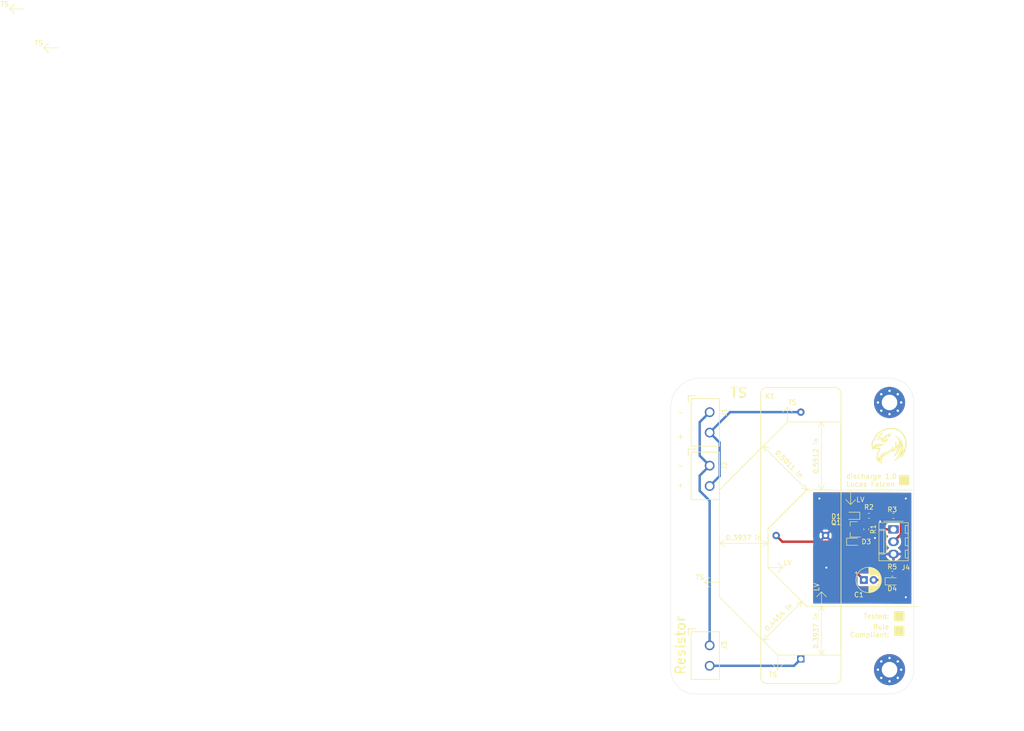
<source format=kicad_pcb>
(kicad_pcb (version 20171130) (host pcbnew "(5.1.6)-1")

  (general
    (thickness 1.6)
    (drawings 74)
    (tracks 45)
    (zones 0)
    (modules 18)
    (nets 12)
  )

  (page A4)
  (title_block
    (title discharge)
    (date 2020-11-13)
    (rev 1.0)
    (company "KTH Formula Student")
    (comment 1 DeV17)
    (comment 2 "Lucas Falcon")
    (comment 3 falcon@kth.se)
  )

  (layers
    (0 F.Cu signal)
    (31 B.Cu signal)
    (32 B.Adhes user)
    (33 F.Adhes user)
    (34 B.Paste user)
    (35 F.Paste user)
    (36 B.SilkS user)
    (37 F.SilkS user)
    (38 B.Mask user)
    (39 F.Mask user)
    (40 Dwgs.User user)
    (41 Cmts.User user)
    (42 Eco1.User user)
    (43 Eco2.User user)
    (44 Edge.Cuts user)
    (45 Margin user)
    (46 B.CrtYd user)
    (47 F.CrtYd user)
    (48 B.Fab user)
    (49 F.Fab user)
  )

  (setup
    (last_trace_width 0.5)
    (trace_clearance 0.2)
    (zone_clearance 0.508)
    (zone_45_only no)
    (trace_min 0.2)
    (via_size 0.8)
    (via_drill 0.4)
    (via_min_size 0.4)
    (via_min_drill 0.3)
    (uvia_size 0.3)
    (uvia_drill 0.1)
    (uvias_allowed no)
    (uvia_min_size 0.2)
    (uvia_min_drill 0.1)
    (edge_width 0.05)
    (segment_width 0.2)
    (pcb_text_width 0.3)
    (pcb_text_size 1.5 1.5)
    (mod_edge_width 0.12)
    (mod_text_size 1 1)
    (mod_text_width 0.15)
    (pad_size 1.524 1.524)
    (pad_drill 0.762)
    (pad_to_mask_clearance 0.051)
    (solder_mask_min_width 0.25)
    (aux_axis_origin 165 125)
    (visible_elements 7FFDFFFF)
    (pcbplotparams
      (layerselection 0x010fc_ffffffff)
      (usegerberextensions false)
      (usegerberattributes false)
      (usegerberadvancedattributes false)
      (creategerberjobfile false)
      (excludeedgelayer true)
      (linewidth 0.100000)
      (plotframeref false)
      (viasonmask false)
      (mode 1)
      (useauxorigin false)
      (hpglpennumber 1)
      (hpglpenspeed 20)
      (hpglpendiameter 15.000000)
      (psnegative false)
      (psa4output false)
      (plotreference true)
      (plotvalue true)
      (plotinvisibletext false)
      (padsonsilk false)
      (subtractmaskfromsilk false)
      (outputformat 1)
      (mirror false)
      (drillshape 1)
      (scaleselection 1)
      (outputdirectory ""))
  )

  (net 0 "")
  (net 1 "Net-(C1-Pad2)")
  (net 2 "Net-(D1-Pad2)")
  (net 3 GND)
  (net 4 /TS-)
  (net 5 /TS+)
  (net 6 "Net-(C1-Pad1)")
  (net 7 "Net-(D1-Pad1)")
  (net 8 /Relay/Coil+)
  (net 9 /discharge_resistor_low)
  (net 10 /SC_TSMS_relays)
  (net 11 /discharge_open)

  (net_class Default "This is the default net class."
    (clearance 0.2)
    (trace_width 0.5)
    (via_dia 0.8)
    (via_drill 0.4)
    (uvia_dia 0.3)
    (uvia_drill 0.1)
    (add_net /Relay/Coil+)
    (add_net /SC_TSMS_relays)
    (add_net /discharge_open)
    (add_net GND)
    (add_net "Net-(C1-Pad1)")
    (add_net "Net-(C1-Pad2)")
    (add_net "Net-(D1-Pad1)")
    (add_net "Net-(D1-Pad2)")
  )

  (net_class HV ""
    (clearance 0.8)
    (trace_width 0.5)
    (via_dia 0.8)
    (via_drill 0.4)
    (uvia_dia 0.3)
    (uvia_drill 0.1)
    (add_net /TS+)
    (add_net /TS-)
    (add_net /discharge_resistor_low)
  )

  (module KTHFS:lucas_falcon (layer F.Cu) (tedit 0) (tstamp 5FB54BED)
    (at 165 79)
    (fp_text reference G*** (at 0 0) (layer F.SilkS) hide
      (effects (font (size 1.524 1.524) (thickness 0.3)))
    )
    (fp_text value LOGO (at 0.75 0) (layer F.SilkS) hide
      (effects (font (size 1.524 1.524) (thickness 0.3)))
    )
    (fp_poly (pts (xy 0.08458 -2.45426) (xy 0.198611 -2.431668) (xy 0.31098 -2.3951) (xy 0.391584 -2.359718)
      (xy 0.428275 -2.341281) (xy 0.462565 -2.323073) (xy 0.492436 -2.306271) (xy 0.515868 -2.292055)
      (xy 0.530842 -2.281604) (xy 0.535339 -2.276095) (xy 0.535176 -2.275894) (xy 0.527605 -2.275582)
      (xy 0.508728 -2.276269) (xy 0.481305 -2.27782) (xy 0.448094 -2.280098) (xy 0.4445 -2.280365)
      (xy 0.400989 -2.282575) (xy 0.35025 -2.283436) (xy 0.294872 -2.283069) (xy 0.237441 -2.281589)
      (xy 0.180546 -2.279117) (xy 0.126775 -2.275769) (xy 0.078713 -2.271664) (xy 0.038951 -2.26692)
      (xy 0.010074 -2.261656) (xy 0.004966 -2.260303) (xy -0.002657 -2.256951) (xy -0.002846 -2.250773)
      (xy 0.004713 -2.237783) (xy 0.007017 -2.234268) (xy 0.051579 -2.154306) (xy 0.082672 -2.070138)
      (xy 0.100312 -1.981719) (xy 0.103733 -1.942935) (xy 0.10453 -1.907644) (xy 0.103333 -1.871224)
      (xy 0.100478 -1.836706) (xy 0.0963 -1.807122) (xy 0.091133 -1.785501) (xy 0.085312 -1.774876)
      (xy 0.085148 -1.774769) (xy 0.081559 -1.779829) (xy 0.075827 -1.795913) (xy 0.068849 -1.820266)
      (xy 0.063855 -1.84012) (xy 0.040507 -1.925644) (xy 0.013661 -1.999895) (xy -0.017874 -2.065523)
      (xy -0.055288 -2.125177) (xy -0.077727 -2.155049) (xy -0.120963 -2.209457) (xy -0.15044 -2.204589)
      (xy -0.169144 -2.201119) (xy -0.180795 -2.19824) (xy -0.182302 -2.197553) (xy -0.180487 -2.190786)
      (xy -0.173226 -2.17588) (xy -0.167117 -2.164845) (xy -0.155811 -2.142684) (xy -0.142712 -2.113319)
      (xy -0.130559 -2.08291) (xy -0.129994 -2.081388) (xy -0.121113 -2.055598) (xy -0.11537 -2.032978)
      (xy -0.112103 -2.009003) (xy -0.110648 -1.979144) (xy -0.110342 -1.947333) (xy -0.112284 -1.892612)
      (xy -0.119048 -1.847229) (xy -0.131812 -1.806888) (xy -0.151759 -1.767293) (xy -0.16608 -1.744486)
      (xy -0.183589 -1.720414) (xy -0.195726 -1.709218) (xy -0.202665 -1.710801) (xy -0.204611 -1.722868)
      (xy -0.208018 -1.751818) (xy -0.217563 -1.78974) (xy -0.232228 -1.833443) (xy -0.250998 -1.879736)
      (xy -0.262597 -1.904924) (xy -0.278033 -1.93597) (xy -0.291949 -1.960608) (xy -0.30688 -1.982276)
      (xy -0.325364 -2.004408) (xy -0.349939 -2.030439) (xy -0.370955 -2.051654) (xy -0.443677 -2.124376)
      (xy -0.478503 -2.106729) (xy -0.508286 -2.089018) (xy -0.542334 -2.064456) (xy -0.578983 -2.034704)
      (xy -0.61657 -2.001424) (xy -0.653429 -1.966278) (xy -0.687898 -1.930929) (xy -0.718312 -1.897039)
      (xy -0.743008 -1.866269) (xy -0.760321 -1.840282) (xy -0.768587 -1.820739) (xy -0.769055 -1.816499)
      (xy -0.765839 -1.796073) (xy -0.757199 -1.767432) (xy -0.744651 -1.73465) (xy -0.729709 -1.701802)
      (xy -0.718715 -1.681087) (xy -0.675006 -1.618569) (xy -0.62133 -1.565556) (xy -0.55894 -1.522996)
      (xy -0.489091 -1.491837) (xy -0.45505 -1.481658) (xy -0.412489 -1.472799) (xy -0.361399 -1.465294)
      (xy -0.306451 -1.459562) (xy -0.252315 -1.456021) (xy -0.20366 -1.455091) (xy -0.173168 -1.456391)
      (xy -0.147596 -1.458224) (xy -0.128979 -1.458979) (xy -0.120395 -1.458554) (xy -0.120245 -1.458172)
      (xy -0.130587 -1.450819) (xy -0.150093 -1.438465) (xy -0.175598 -1.422972) (xy -0.203937 -1.406204)
      (xy -0.231945 -1.390022) (xy -0.256456 -1.376289) (xy -0.274306 -1.366869) (xy -0.279442 -1.364482)
      (xy -0.324404 -1.35032) (xy -0.378717 -1.34053) (xy -0.438229 -1.335393) (xy -0.498786 -1.335192)
      (xy -0.556233 -1.34021) (xy -0.579295 -1.344112) (xy -0.666256 -1.368231) (xy -0.745933 -1.404029)
      (xy -0.817585 -1.45068) (xy -0.880468 -1.507359) (xy -0.933842 -1.573241) (xy -0.976964 -1.647502)
      (xy -1.009092 -1.729314) (xy -1.029483 -1.817855) (xy -1.033595 -1.849192) (xy -1.038569 -1.895691)
      (xy -1.173687 -1.841087) (xy -1.223758 -1.82144) (xy -1.268724 -1.804945) (xy -1.30647 -1.79232)
      (xy -1.33488 -1.784288) (xy -1.347611 -1.781837) (xy -1.386416 -1.777192) (xy -1.361722 -1.792682)
      (xy -1.3192 -1.819752) (xy -1.277967 -1.846924) (xy -1.235775 -1.875773) (xy -1.190378 -1.907876)
      (xy -1.139529 -1.944809) (xy -1.08098 -1.988149) (xy -1.04843 -2.012479) (xy -0.96017 -2.07787)
      (xy -0.880944 -2.134884) (xy -0.809221 -2.184492) (xy -0.743467 -2.22767) (xy -0.68215 -2.26539)
      (xy -0.623736 -2.298626) (xy -0.566694 -2.328351) (xy -0.50949 -2.355538) (xy -0.504994 -2.357572)
      (xy -0.385016 -2.404861) (xy -0.265912 -2.438175) (xy -0.14784 -2.457513) (xy -0.030956 -2.462874)
      (xy 0.08458 -2.45426)) (layer F.SilkS) (width 0.01))
    (fp_poly (pts (xy -2.402389 -1.507231) (xy -2.338863 -1.484444) (xy -2.286004 -1.460324) (xy -2.240385 -1.432893)
      (xy -2.198577 -1.400169) (xy -2.169325 -1.372636) (xy -2.144727 -1.346042) (xy -2.121037 -1.316964)
      (xy -2.099887 -1.287841) (xy -2.082909 -1.261109) (xy -2.071732 -1.239204) (xy -2.067989 -1.224564)
      (xy -2.06852 -1.222041) (xy -2.076002 -1.220681) (xy -2.092704 -1.222854) (xy -2.106083 -1.225857)
      (xy -2.226944 -1.251898) (xy -2.356804 -1.270653) (xy -2.492317 -1.281669) (xy -2.527557 -1.283191)
      (xy -2.572689 -1.284978) (xy -2.612975 -1.286934) (xy -2.646309 -1.288926) (xy -2.670589 -1.290823)
      (xy -2.683711 -1.292493) (xy -2.685365 -1.293069) (xy -2.684361 -1.301311) (xy -2.676219 -1.318318)
      (xy -2.662412 -1.341672) (xy -2.644411 -1.368958) (xy -2.62369 -1.397759) (xy -2.613446 -1.411111)
      (xy -2.576603 -1.452409) (xy -2.53519 -1.489455) (xy -2.496363 -1.516483) (xy -2.472972 -1.530201)
      (xy -2.402389 -1.507231)) (layer F.SilkS) (width 0.01))
    (fp_poly (pts (xy -1.093611 -2.953287) (xy -1.099404 -2.948987) (xy -1.115015 -2.939635) (xy -1.137791 -2.926783)
      (xy -1.155347 -2.917197) (xy -1.268251 -2.850099) (xy -1.376744 -2.773459) (xy -1.479453 -2.688699)
      (xy -1.575007 -2.597238) (xy -1.662032 -2.500499) (xy -1.739158 -2.399902) (xy -1.805012 -2.296868)
      (xy -1.858222 -2.192817) (xy -1.861127 -2.186243) (xy -1.886969 -2.123689) (xy -1.905758 -2.069145)
      (xy -1.918387 -2.018959) (xy -1.925745 -1.969479) (xy -1.928723 -1.917051) (xy -1.928849 -1.908527)
      (xy -1.92891 -1.870795) (xy -1.927908 -1.843601) (xy -1.925385 -1.823386) (xy -1.920885 -1.806592)
      (xy -1.913951 -1.78966) (xy -1.913458 -1.788583) (xy -1.885816 -1.74406) (xy -1.848883 -1.710077)
      (xy -1.802999 -1.686862) (xy -1.748508 -1.674643) (xy -1.741977 -1.673978) (xy -1.704847 -1.673808)
      (xy -1.660727 -1.678466) (xy -1.615539 -1.68709) (xy -1.577955 -1.697841) (xy -1.544996 -1.70281)
      (xy -1.504396 -1.698332) (xy -1.458354 -1.685078) (xy -1.409064 -1.663718) (xy -1.358726 -1.634921)
      (xy -1.347611 -1.627575) (xy -1.333141 -1.616254) (xy -1.31066 -1.596788) (xy -1.282156 -1.570987)
      (xy -1.249617 -1.540661) (xy -1.215032 -1.507621) (xy -1.202972 -1.495907) (xy -1.149085 -1.444325)
      (xy -1.102374 -1.402173) (xy -1.060842 -1.368156) (xy -1.02249 -1.340983) (xy -0.985319 -1.31936)
      (xy -0.947332 -1.301997) (xy -0.90653 -1.287599) (xy -0.861461 -1.275012) (xy -0.836895 -1.269285)
      (xy -0.813313 -1.265163) (xy -0.787671 -1.262405) (xy -0.756926 -1.26077) (xy -0.718037 -1.260018)
      (xy -0.670277 -1.259903) (xy -0.599334 -1.261208) (xy -0.538187 -1.265213) (xy -0.482679 -1.27253)
      (xy -0.428652 -1.28377) (xy -0.371948 -1.299546) (xy -0.347092 -1.307423) (xy -0.323012 -1.314528)
      (xy -0.305112 -1.318388) (xy -0.29662 -1.318346) (xy -0.296333 -1.317782) (xy -0.300261 -1.308469)
      (xy -0.310968 -1.29021) (xy -0.326837 -1.265397) (xy -0.346254 -1.236427) (xy -0.367601 -1.205695)
      (xy -0.389264 -1.175595) (xy -0.409626 -1.148523) (xy -0.416125 -1.140232) (xy -0.493506 -1.051993)
      (xy -0.577527 -0.973157) (xy -0.666801 -0.904693) (xy -0.759942 -0.847573) (xy -0.855563 -0.802767)
      (xy -0.937952 -0.775033) (xy -0.981327 -0.766097) (xy -1.033467 -0.760038) (xy -1.090148 -0.756936)
      (xy -1.147145 -0.756872) (xy -1.200234 -0.759928) (xy -1.245191 -0.766185) (xy -1.257247 -0.768896)
      (xy -1.342665 -0.797752) (xy -1.423453 -0.839504) (xy -1.498593 -0.893407) (xy -1.567068 -0.958717)
      (xy -1.62786 -1.034686) (xy -1.635376 -1.04565) (xy -1.651617 -1.071448) (xy -1.671698 -1.105844)
      (xy -1.693299 -1.144738) (xy -1.714103 -1.184031) (xy -1.718337 -1.192312) (xy -1.740506 -1.234205)
      (xy -1.765944 -1.27946) (xy -1.791628 -1.322849) (xy -1.814538 -1.359144) (xy -1.8162 -1.361645)
      (xy -1.854373 -1.413585) (xy -1.900273 -1.467735) (xy -1.950527 -1.52059) (xy -2.001766 -1.568645)
      (xy -2.050617 -1.608395) (xy -2.060222 -1.615334) (xy -2.100878 -1.641689) (xy -2.147704 -1.668389)
      (xy -2.196221 -1.693132) (xy -2.241946 -1.713618) (xy -2.27623 -1.726267) (xy -2.304394 -1.738252)
      (xy -2.319387 -1.752135) (xy -2.320131 -1.753606) (xy -2.33064 -1.786148) (xy -2.33785 -1.828368)
      (xy -2.341256 -1.876112) (xy -2.340561 -1.921928) (xy -2.328667 -2.003873) (xy -2.302908 -2.085922)
      (xy -2.263526 -2.167823) (xy -2.210762 -2.249324) (xy -2.144859 -2.330173) (xy -2.066057 -2.410118)
      (xy -1.974599 -2.488909) (xy -1.870727 -2.566293) (xy -1.754681 -2.642018) (xy -1.626704 -2.715832)
      (xy -1.52971 -2.766452) (xy -1.475533 -2.793188) (xy -1.423145 -2.818072) (xy -1.369864 -2.842278)
      (xy -1.31301 -2.86698) (xy -1.249903 -2.893351) (xy -1.177865 -2.922566) (xy -1.127125 -2.942786)
      (xy -1.108227 -2.949789) (xy -1.096073 -2.953356) (xy -1.093611 -2.953287)) (layer F.SilkS) (width 0.01))
    (fp_poly (pts (xy 0.550334 -3.773924) (xy 0.757494 -3.759208) (xy 0.960042 -3.731211) (xy 1.157733 -3.690069)
      (xy 1.350326 -3.635917) (xy 1.537577 -3.568892) (xy 1.719244 -3.489129) (xy 1.895082 -3.396764)
      (xy 2.06485 -3.291935) (xy 2.228304 -3.174776) (xy 2.385201 -3.045423) (xy 2.535299 -2.904013)
      (xy 2.678354 -2.750681) (xy 2.814122 -2.585564) (xy 2.912616 -2.451805) (xy 2.969397 -2.367681)
      (xy 3.026362 -2.277188) (xy 3.082124 -2.182878) (xy 3.135295 -2.087302) (xy 3.184486 -1.993011)
      (xy 3.228309 -1.902556) (xy 3.265376 -1.818489) (xy 3.286902 -1.763888) (xy 3.341996 -1.598949)
      (xy 3.38902 -1.423578) (xy 3.427805 -1.239039) (xy 3.458177 -1.046594) (xy 3.479965 -0.847506)
      (xy 3.492998 -0.643037) (xy 3.497103 -0.434452) (xy 3.493133 -0.246944) (xy 3.488536 -0.145446)
      (xy 3.483204 -0.055268) (xy 3.476755 0.026375) (xy 3.468806 0.10227) (xy 3.458976 0.175203)
      (xy 3.446881 0.247959) (xy 3.432139 0.323325) (xy 3.414368 0.404087) (xy 3.393186 0.493031)
      (xy 3.389505 0.508) (xy 3.324458 0.742949) (xy 3.246779 0.971658) (xy 3.156403 1.194311)
      (xy 3.083351 1.351139) (xy 2.994464 1.521528) (xy 2.901819 1.678647) (xy 2.805105 1.822909)
      (xy 2.704008 1.954727) (xy 2.598217 2.074517) (xy 2.48742 2.18269) (xy 2.398889 2.258016)
      (xy 2.371769 2.27913) (xy 2.343725 2.299997) (xy 2.317094 2.318992) (xy 2.294216 2.334495)
      (xy 2.277429 2.344883) (xy 2.269071 2.348533) (xy 2.268658 2.348369) (xy 2.270342 2.341324)
      (xy 2.276406 2.323504) (xy 2.286006 2.297244) (xy 2.298301 2.264877) (xy 2.305171 2.247195)
      (xy 2.349588 2.11986) (xy 2.381363 1.997268) (xy 2.395426 1.918577) (xy 2.398534 1.892914)
      (xy 2.401624 1.859966) (xy 2.404581 1.822022) (xy 2.407288 1.78137) (xy 2.40963 1.740299)
      (xy 2.41149 1.701099) (xy 2.412752 1.666057) (xy 2.4133 1.637463) (xy 2.413018 1.617605)
      (xy 2.411789 1.608773) (xy 2.411157 1.608667) (xy 2.407181 1.616357) (xy 2.39948 1.63428)
      (xy 2.3893 1.659464) (xy 2.381595 1.679223) (xy 2.332015 1.791444) (xy 2.26898 1.905634)
      (xy 2.192929 2.021275) (xy 2.104297 2.137849) (xy 2.003522 2.25484) (xy 1.891039 2.371729)
      (xy 1.767287 2.488001) (xy 1.632701 2.603137) (xy 1.538083 2.678307) (xy 1.480038 2.722002)
      (xy 1.414229 2.769634) (xy 1.343046 2.819605) (xy 1.268881 2.870317) (xy 1.194126 2.920174)
      (xy 1.121172 2.967579) (xy 1.052409 3.010936) (xy 0.990231 3.048646) (xy 0.941899 3.076425)
      (xy 0.926765 3.08487) (xy 0.91589 3.090632) (xy 0.909944 3.092693) (xy 0.9096 3.090035)
      (xy 0.915528 3.081639) (xy 0.928401 3.066488) (xy 0.94889 3.043564) (xy 0.977666 3.011848)
      (xy 1.002528 2.9845) (xy 1.181036 2.78025) (xy 1.347243 2.57409) (xy 1.500955 2.366358)
      (xy 1.641978 2.157391) (xy 1.770118 1.947526) (xy 1.88518 1.7371) (xy 1.98697 1.52645)
      (xy 2.075295 1.315912) (xy 2.149959 1.105825) (xy 2.21077 0.896524) (xy 2.215131 0.879425)
      (xy 2.245469 0.751088) (xy 2.269379 0.630665) (xy 2.287453 0.513826) (xy 2.300284 0.396246)
      (xy 2.308464 0.273596) (xy 2.311995 0.17168) (xy 2.313304 0.078884) (xy 2.312583 -0.003744)
      (xy 2.309599 -0.080033) (xy 2.304123 -0.153811) (xy 2.295923 -0.228905) (xy 2.284769 -0.309144)
      (xy 2.281862 -0.328083) (xy 2.273425 -0.381876) (xy 2.26682 -0.42224) (xy 2.261753 -0.449696)
      (xy 2.25793 -0.464763) (xy 2.255057 -0.467962) (xy 2.252839 -0.459814) (xy 2.250983 -0.44084)
      (xy 2.249193 -0.41156) (xy 2.247968 -0.388055) (xy 2.230341 -0.166001) (xy 2.200271 0.050187)
      (xy 2.157503 0.261756) (xy 2.101782 0.469951) (xy 2.032854 0.676018) (xy 2.027136 0.691445)
      (xy 1.950955 0.878613) (xy 1.86567 1.056412) (xy 1.771581 1.224362) (xy 1.668984 1.381987)
      (xy 1.558178 1.528808) (xy 1.439461 1.664348) (xy 1.387079 1.718028) (xy 1.309886 1.791842)
      (xy 1.236034 1.856391) (xy 1.161847 1.914654) (xy 1.083651 1.969609) (xy 1.047252 1.993365)
      (xy 1.016391 2.012341) (xy 0.980843 2.032974) (xy 0.942649 2.054215) (xy 0.903852 2.075013)
      (xy 0.866495 2.09432) (xy 0.832621 2.111084) (xy 0.804271 2.124257) (xy 0.783489 2.132789)
      (xy 0.772316 2.13563) (xy 0.771181 2.135255) (xy 0.774047 2.128827) (xy 0.784895 2.114519)
      (xy 0.8019 2.094602) (xy 0.818533 2.076345) (xy 0.935202 1.941955) (xy 1.044735 1.796584)
      (xy 1.146264 1.641895) (xy 1.238921 1.479549) (xy 1.321837 1.311208) (xy 1.394145 1.138535)
      (xy 1.454976 0.963192) (xy 1.503463 0.78684) (xy 1.512428 0.747889) (xy 1.531644 0.649861)
      (xy 1.546838 0.548407) (xy 1.557777 0.446553) (xy 1.564228 0.347324) (xy 1.565961 0.253747)
      (xy 1.562742 0.168846) (xy 1.559566 0.133826) (xy 1.55448 0.090504) (xy 1.550142 0.060753)
      (xy 1.546273 0.04407) (xy 1.542597 0.03995) (xy 1.538835 0.047892) (xy 1.534712 0.067392)
      (xy 1.532034 0.083873) (xy 1.516769 0.15791) (xy 1.493088 0.238661) (xy 1.462243 0.322564)
      (xy 1.425489 0.406055) (xy 1.402658 0.451556) (xy 1.328731 0.578521) (xy 1.242364 0.70289)
      (xy 1.145209 0.822843) (xy 1.038918 0.93656) (xy 0.925139 1.042224) (xy 0.805526 1.138015)
      (xy 0.733778 1.188566) (xy 0.701508 1.209493) (xy 0.667663 1.230284) (xy 0.634471 1.249705)
      (xy 0.604163 1.266518) (xy 0.578969 1.279489) (xy 0.561119 1.287381) (xy 0.552844 1.288959)
      (xy 0.552747 1.288876) (xy 0.552714 1.280867) (xy 0.555575 1.262099) (xy 0.560815 1.235506)
      (xy 0.566807 1.208717) (xy 0.58349 1.125998) (xy 0.594595 1.04506) (xy 0.599511 0.97061)
      (xy 0.599703 0.954775) (xy 0.598567 0.919517) (xy 0.595477 0.880558) (xy 0.590943 0.842045)
      (xy 0.585478 0.808125) (xy 0.579594 0.782944) (xy 0.577854 0.777792) (xy 0.574468 0.770551)
      (xy 0.57038 0.768568) (xy 0.563992 0.773293) (xy 0.553702 0.786178) (xy 0.53791 0.808673)
      (xy 0.528307 0.822723) (xy 0.46697 0.906206) (xy 0.399029 0.985779) (xy 0.322096 1.064057)
      (xy 0.240352 1.138014) (xy 0.184104 1.185257) (xy 0.126557 1.231002) (xy 0.066438 1.276075)
      (xy 0.002477 1.321306) (xy -0.066598 1.367522) (xy -0.142058 1.415552) (xy -0.225174 1.466224)
      (xy -0.317218 1.520367) (xy -0.419461 1.578808) (xy -0.533174 1.642377) (xy -0.536905 1.644444)
      (xy -0.634456 1.698842) (xy -0.720818 1.747891) (xy -0.797447 1.792512) (xy -0.865796 1.833627)
      (xy -0.927318 1.872157) (xy -0.983466 1.909024) (xy -1.035695 1.945148) (xy -1.085458 1.981453)
      (xy -1.134209 2.018858) (xy -1.160638 2.03985) (xy -1.267723 2.132058) (xy -1.361011 2.225726)
      (xy -1.440775 2.321216) (xy -1.507287 2.418889) (xy -1.56082 2.519106) (xy -1.601645 2.622231)
      (xy -1.603787 2.6288) (xy -1.622054 2.691064) (xy -1.635353 2.750477) (xy -1.644134 2.810678)
      (xy -1.648848 2.875308) (xy -1.649945 2.948007) (xy -1.649108 2.995069) (xy -1.646129 3.067154)
      (xy -1.640957 3.132705) (xy -1.632992 3.19566) (xy -1.62164 3.259954) (xy -1.606301 3.329525)
      (xy -1.586506 3.407834) (xy -1.574038 3.455066) (xy -1.564828 3.49038) (xy -1.558513 3.515495)
      (xy -1.554726 3.532132) (xy -1.553104 3.542008) (xy -1.553281 3.546845) (xy -1.554893 3.548362)
      (xy -1.556691 3.548368) (xy -1.565842 3.546955) (xy -1.58562 3.54361) (xy -1.612759 3.538891)
      (xy -1.633361 3.535251) (xy -1.75804 3.507293) (xy -1.88011 3.468595) (xy -1.998042 3.420025)
      (xy -2.110309 3.362451) (xy -2.215382 3.296739) (xy -2.311734 3.223759) (xy -2.397837 3.144376)
      (xy -2.472163 3.05946) (xy -2.472843 3.058584) (xy -2.549704 2.951131) (xy -2.612852 2.844245)
      (xy -2.662586 2.736813) (xy -2.699205 2.627722) (xy -2.723006 2.51586) (xy -2.734287 2.400114)
      (xy -2.733348 2.279373) (xy -2.720487 2.152524) (xy -2.718844 2.141362) (xy -2.712952 2.10421)
      (xy -2.706518 2.068243) (xy -2.699214 2.032554) (xy -2.690713 1.996236) (xy -2.680686 1.958382)
      (xy -2.668805 1.918086) (xy -2.654741 1.874442) (xy -2.638168 1.826542) (xy -2.618755 1.77348)
      (xy -2.596177 1.714349) (xy -2.570104 1.648243) (xy -2.540208 1.574256) (xy -2.506162 1.49148)
      (xy -2.467637 1.399009) (xy -2.424304 1.295936) (xy -2.375837 1.181355) (xy -2.345844 1.11068)
      (xy -2.306338 1.017545) (xy -2.272097 0.936423) (xy -2.242796 0.866373) (xy -2.21811 0.806451)
      (xy -2.197717 0.755713) (xy -2.18129 0.713216) (xy -2.168506 0.678018) (xy -2.159042 0.649175)
      (xy -2.152571 0.625744) (xy -2.148771 0.606782) (xy -2.147317 0.591345) (xy -2.147885 0.578492)
      (xy -2.15015 0.567277) (xy -2.153788 0.556759) (xy -2.154664 0.554626) (xy -2.16617 0.527169)
      (xy -2.207276 0.531465) (xy -2.231084 0.535351) (xy -2.263616 0.542531) (xy -2.300185 0.551902)
      (xy -2.328927 0.560151) (xy -2.404781 0.582388) (xy -2.469766 0.599675) (xy -2.52608 0.612392)
      (xy -2.575922 0.620916) (xy -2.62149 0.625624) (xy -2.664982 0.626896) (xy -2.707262 0.625204)
      (xy -2.739025 0.622226) (xy -2.771469 0.617463) (xy -2.806362 0.610437) (xy -2.84547 0.600668)
      (xy -2.890559 0.587676) (xy -2.943396 0.570984) (xy -3.005747 0.550111) (xy -3.079378 0.524578)
      (xy -3.083277 0.523209) (xy -3.263194 0.460017) (xy -3.360855 0.654106) (xy -3.385138 0.701859)
      (xy -3.407549 0.744962) (xy -3.427286 0.781948) (xy -3.443548 0.811351) (xy -3.455532 0.831705)
      (xy -3.462436 0.841545) (xy -3.463684 0.84214) (xy -3.467083 0.833524) (xy -3.473554 0.812735)
      (xy -3.482701 0.781281) (xy -3.494124 0.740665) (xy -3.507426 0.692394) (xy -3.522211 0.637974)
      (xy -3.53808 0.57891) (xy -3.554635 0.516708) (xy -3.57148 0.452874) (xy -3.588216 0.388912)
      (xy -3.604445 0.32633) (xy -3.619772 0.266632) (xy -3.629237 0.229306) (xy -3.143035 0.229306)
      (xy -3.111392 0.204015) (xy -3.096944 0.192503) (xy -3.073411 0.173794) (xy -3.042769 0.149457)
      (xy -3.006993 0.12106) (xy -2.968057 0.090172) (xy -2.942166 0.069641) (xy -2.899067 0.035524)
      (xy -2.854894 0.000653) (xy -2.812369 -0.032829) (xy -2.774217 -0.06278) (xy -2.743161 -0.087055)
      (xy -2.732227 -0.095556) (xy -2.705891 -0.116515) (xy -2.684889 -0.134266) (xy -2.671074 -0.147162)
      (xy -2.666298 -0.153556) (xy -2.666605 -0.153914) (xy -2.67827 -0.152979) (xy -2.699699 -0.147066)
      (xy -2.727939 -0.137316) (xy -2.760037 -0.12487) (xy -2.793042 -0.110868) (xy -2.824001 -0.09645)
      (xy -2.848116 -0.08381) (xy -2.898447 -0.050269) (xy -2.951453 -0.005902) (xy -3.004837 0.046912)
      (xy -3.056303 0.105792) (xy -3.103554 0.168358) (xy -3.12984 0.208139) (xy -3.143035 0.229306)
      (xy -3.629237 0.229306) (xy -3.633797 0.211325) (xy -3.646123 0.161913) (xy -3.656353 0.119903)
      (xy -3.664088 0.086801) (xy -3.668358 0.067028) (xy -3.68464 -0.019208) (xy -3.696788 -0.096644)
      (xy -3.70527 -0.169818) (xy -3.710555 -0.243269) (xy -3.713112 -0.321536) (xy -3.713529 -0.370416)
      (xy -3.713242 -0.381) (xy -3.487254 -0.381) (xy -3.485561 -0.288144) (xy -3.479775 -0.199608)
      (xy -3.469401 -0.11148) (xy -3.453943 -0.019846) (xy -3.432906 0.079209) (xy -3.424456 0.115018)
      (xy -3.399273 0.219452) (xy -3.373278 0.17499) (xy -3.303865 0.065524) (xy -3.229809 -0.033708)
      (xy -3.151846 -0.121945) (xy -3.070715 -0.198428) (xy -2.987154 -0.262398) (xy -2.901901 -0.313095)
      (xy -2.896305 -0.315919) (xy -2.83069 -0.344849) (xy -2.757625 -0.369575) (xy -2.675422 -0.39054)
      (xy -2.582393 -0.408186) (xy -2.497666 -0.420385) (xy -2.460525 -0.424034) (xy -2.410897 -0.427251)
      (xy -2.350403 -0.430016) (xy -2.28066 -0.432312) (xy -2.203288 -0.434117) (xy -2.119905 -0.435413)
      (xy -2.032131 -0.436179) (xy -1.941585 -0.436397) (xy -1.849885 -0.436048) (xy -1.75865 -0.43511)
      (xy -1.6695 -0.433566) (xy -1.584054 -0.431395) (xy -1.583972 -0.431392) (xy -1.511242 -0.42928)
      (xy -1.431284 -0.427078) (xy -1.348084 -0.424889) (xy -1.265624 -0.422814) (xy -1.187889 -0.420955)
      (xy -1.118863 -0.419413) (xy -1.097252 -0.418962) (xy -0.871587 -0.414363) (xy -0.970394 -0.391378)
      (xy -1.074077 -0.365958) (xy -1.17934 -0.337475) (xy -1.287267 -0.305534) (xy -1.398944 -0.269741)
      (xy -1.515454 -0.229702) (xy -1.637883 -0.185023) (xy -1.767315 -0.135308) (xy -1.904836 -0.080164)
      (xy -2.05153 -0.019197) (xy -2.208482 0.047989) (xy -2.353027 0.11128) (xy -2.43959 0.149456)
      (xy -2.514595 0.182365) (xy -2.579342 0.210555) (xy -2.635129 0.234576) (xy -2.683256 0.254976)
      (xy -2.725022 0.272305) (xy -2.761725 0.287112) (xy -2.794664 0.299945) (xy -2.82514 0.311354)
      (xy -2.834347 0.314709) (xy -2.863118 0.325275) (xy -2.886514 0.334154) (xy -2.901625 0.340224)
      (xy -2.905746 0.342228) (xy -2.901215 0.345617) (xy -2.885761 0.351531) (xy -2.862177 0.359171)
      (xy -2.833253 0.36774) (xy -2.801781 0.376438) (xy -2.770552 0.384469) (xy -2.74236 0.391035)
      (xy -2.719994 0.395337) (xy -2.719916 0.395349) (xy -2.682826 0.399357) (xy -2.645392 0.399268)
      (xy -2.604366 0.394737) (xy -2.556499 0.385423) (xy -2.504722 0.372623) (xy -2.466087 0.36244)
      (xy -2.426126 0.351943) (xy -2.390369 0.342583) (xy -2.370666 0.33745) (xy -2.318704 0.327018)
      (xy -2.262207 0.320839) (xy -2.205863 0.3191) (xy -2.154361 0.321983) (xy -2.120351 0.327611)
      (xy -2.061726 0.347611) (xy -2.013172 0.377237) (xy -1.975108 0.415826) (xy -1.947951 0.462713)
      (xy -1.932119 0.517233) (xy -1.928027 0.578723) (xy -1.932534 0.626599) (xy -1.938195 0.658845)
      (xy -1.945385 0.691051) (xy -1.95465 0.724608) (xy -1.966536 0.760906) (xy -1.981589 0.801338)
      (xy -2.000353 0.847293) (xy -2.023375 0.900162) (xy -2.051199 0.961337) (xy -2.084373 1.032207)
      (xy -2.12344 1.114164) (xy -2.125428 1.118306) (xy -2.171094 1.214899) (xy -2.210185 1.300941)
      (xy -2.243285 1.378039) (xy -2.27098 1.447801) (xy -2.293855 1.511836) (xy -2.312495 1.57175)
      (xy -2.327484 1.629152) (xy -2.339407 1.685651) (xy -2.346175 1.725084) (xy -2.354182 1.800764)
      (xy -2.355804 1.880845) (xy -2.35123 1.960424) (xy -2.340653 2.034597) (xy -2.332686 2.070016)
      (xy -2.315403 2.124618) (xy -2.291165 2.184915) (xy -2.262289 2.245967) (xy -2.231094 2.302832)
      (xy -2.20322 2.345973) (xy -2.180308 2.376847) (xy -2.15706 2.405972) (xy -2.13522 2.431396)
      (xy -2.116533 2.45117) (xy -2.102745 2.463341) (xy -2.095768 2.466083) (xy -2.092105 2.457778)
      (xy -2.088217 2.43972) (xy -2.085611 2.42124) (xy -2.081553 2.395159) (xy -2.074783 2.361427)
      (xy -2.066523 2.325945) (xy -2.063315 2.313485) (xy -2.02868 2.204417) (xy -1.984237 2.10216)
      (xy -1.92935 2.005897) (xy -1.863383 1.914812) (xy -1.7857 1.828089) (xy -1.695666 1.744914)
      (xy -1.592645 1.664468) (xy -1.516944 1.612287) (xy -1.460207 1.575966) (xy -1.401663 1.540658)
      (xy -1.339838 1.505615) (xy -1.27326 1.47009) (xy -1.200457 1.433335) (xy -1.119955 1.394601)
      (xy -1.030283 1.353143) (xy -0.929967 1.308211) (xy -0.843138 1.270165) (xy -0.732419 1.221896)
      (xy -0.633603 1.178477) (xy -0.545563 1.139346) (xy -0.46717 1.103944) (xy -0.397296 1.07171)
      (xy -0.334811 1.042085) (xy -0.278588 1.014507) (xy -0.227496 0.988416) (xy -0.180408 0.963253)
      (xy -0.136195 0.938456) (xy -0.093728 0.913466) (xy -0.051878 0.887723) (xy -0.009518 0.860666)
      (xy 0.017639 0.842891) (xy 0.131365 0.762137) (xy 0.231828 0.678465) (xy 0.31971 0.591141)
      (xy 0.395688 0.499434) (xy 0.460442 0.40261) (xy 0.508018 0.313973) (xy 0.528733 0.266859)
      (xy 0.549724 0.212057) (xy 0.569376 0.154364) (xy 0.586074 0.098579) (xy 0.598205 0.0495)
      (xy 0.600025 0.040475) (xy 0.605114 0.01955) (xy 0.610446 0.006358) (xy 0.614143 0.00372)
      (xy 0.62256 0.012645) (xy 0.636397 0.031366) (xy 0.654094 0.05741) (xy 0.67409 0.08831)
      (xy 0.694826 0.121595) (xy 0.71474 0.154796) (xy 0.732273 0.185443) (xy 0.745864 0.211067)
      (xy 0.748315 0.216088) (xy 0.784782 0.303425) (xy 0.815548 0.399191) (xy 0.839302 0.498406)
      (xy 0.854729 0.596089) (xy 0.858265 0.633477) (xy 0.861315 0.67152) (xy 0.864644 0.696229)
      (xy 0.869588 0.708344) (xy 0.877479 0.708602) (xy 0.88965 0.697743) (xy 0.907434 0.676505)
      (xy 0.916186 0.66556) (xy 0.985145 0.568451) (xy 1.045859 0.46066) (xy 1.097897 0.343256)
      (xy 1.140833 0.217303) (xy 1.174237 0.08387) (xy 1.193397 -0.024694) (xy 1.198097 -0.068947)
      (xy 1.201205 -0.123761) (xy 1.20275 -0.185681) (xy 1.202759 -0.251251) (xy 1.20126 -0.317013)
      (xy 1.198281 -0.379513) (xy 1.19385 -0.435294) (xy 1.189799 -0.469194) (xy 1.173571 -0.562975)
      (xy 1.151368 -0.662138) (xy 1.124779 -0.760149) (xy 1.100783 -0.835174) (xy 1.089993 -0.86707)
      (xy 1.081424 -0.893774) (xy 1.075879 -0.91268) (xy 1.074161 -0.921181) (xy 1.074241 -0.92137)
      (xy 1.081154 -0.918864) (xy 1.097285 -0.908762) (xy 1.120892 -0.892353) (xy 1.150232 -0.870929)
      (xy 1.183564 -0.845781) (xy 1.219145 -0.8182) (xy 1.255233 -0.789476) (xy 1.284112 -0.765867)
      (xy 1.333294 -0.723389) (xy 1.386117 -0.674776) (xy 1.439866 -0.622745) (xy 1.491826 -0.570015)
      (xy 1.539286 -0.519303) (xy 1.579531 -0.473328) (xy 1.594425 -0.455083) (xy 1.655517 -0.372415)
      (xy 1.712872 -0.283771) (xy 1.764052 -0.193263) (xy 1.806619 -0.105005) (xy 1.818082 -0.077764)
      (xy 1.821669 -0.071018) (xy 1.8254 -0.070967) (xy 1.830285 -0.07932) (xy 1.837331 -0.097785)
      (xy 1.847243 -0.127153) (xy 1.89052 -0.278956) (xy 1.919749 -0.429638) (xy 1.934958 -0.578998)
      (xy 1.936173 -0.726835) (xy 1.923422 -0.87295) (xy 1.896732 -1.01714) (xy 1.85613 -1.159206)
      (xy 1.801642 -1.298947) (xy 1.733295 -1.436162) (xy 1.653999 -1.566333) (xy 1.572839 -1.678707)
      (xy 1.479071 -1.791334) (xy 1.374092 -1.902732) (xy 1.259296 -2.011414) (xy 1.140962 -2.11197)
      (xy 1.122377 -2.127611) (xy 1.110142 -2.139226) (xy 1.106432 -2.144712) (xy 1.106918 -2.144889)
      (xy 1.115727 -2.142682) (xy 1.135241 -2.136624) (xy 1.162854 -2.127558) (xy 1.195964 -2.116326)
      (xy 1.207734 -2.11226) (xy 1.386744 -2.043594) (xy 1.555321 -1.965451) (xy 1.713532 -1.877779)
      (xy 1.861445 -1.780526) (xy 1.999128 -1.67364) (xy 2.126651 -1.557067) (xy 2.244081 -1.430758)
      (xy 2.351486 -1.294658) (xy 2.431453 -1.176777) (xy 2.458712 -1.131131) (xy 2.489321 -1.07551)
      (xy 2.521693 -1.013158) (xy 2.554242 -0.947321) (xy 2.58538 -0.881242) (xy 2.61352 -0.818166)
      (xy 2.637077 -0.761338) (xy 2.645853 -0.738414) (xy 2.70177 -0.570218) (xy 2.748875 -0.391842)
      (xy 2.787041 -0.204228) (xy 2.816141 -0.008316) (xy 2.836051 0.194951) (xy 2.846643 0.404635)
      (xy 2.847791 0.619793) (xy 2.844267 0.742205) (xy 2.84093 0.816385) (xy 2.836969 0.891857)
      (xy 2.83255 0.966227) (xy 2.827834 1.037098) (xy 2.822986 1.102076) (xy 2.818168 1.158766)
      (xy 2.813543 1.204772) (xy 2.811663 1.220612) (xy 2.810383 1.233364) (xy 2.811243 1.238108)
      (xy 2.815081 1.233711) (xy 2.822734 1.219043) (xy 2.83504 1.19297) (xy 2.839926 1.182403)
      (xy 2.915829 1.004869) (xy 2.985163 0.815863) (xy 3.047623 0.616559) (xy 3.102905 0.408129)
      (xy 3.150705 0.191746) (xy 3.190719 -0.031416) (xy 3.222641 -0.260185) (xy 3.229254 -0.3175)
      (xy 3.233547 -0.366458) (xy 3.236975 -0.426097) (xy 3.239524 -0.493587) (xy 3.241178 -0.566097)
      (xy 3.241922 -0.640796) (xy 3.24174 -0.714854) (xy 3.240619 -0.78544) (xy 3.238542 -0.849724)
      (xy 3.235494 -0.904875) (xy 3.232578 -0.938388) (xy 3.204117 -1.142322) (xy 3.16311 -1.341675)
      (xy 3.109885 -1.535911) (xy 3.044772 -1.724493) (xy 2.968098 -1.906884) (xy 2.880194 -2.082545)
      (xy 2.781387 -2.250941) (xy 2.672007 -2.411533) (xy 2.552383 -2.563785) (xy 2.422843 -2.707158)
      (xy 2.283717 -2.841117) (xy 2.135332 -2.965123) (xy 1.978019 -3.078639) (xy 1.886796 -3.137028)
      (xy 1.718421 -3.231865) (xy 1.543122 -3.314539) (xy 1.36139 -3.384892) (xy 1.173718 -3.442765)
      (xy 0.980596 -3.488) (xy 0.782518 -3.520441) (xy 0.649112 -3.534782) (xy 0.604121 -3.537702)
      (xy 0.548228 -3.539878) (xy 0.484624 -3.541308) (xy 0.416498 -3.541992) (xy 0.34704 -3.541929)
      (xy 0.27944 -3.54112) (xy 0.216888 -3.539563) (xy 0.162574 -3.537258) (xy 0.127 -3.534859)
      (xy -0.060856 -3.514469) (xy -0.247911 -3.484861) (xy -0.436725 -3.445521) (xy -0.629858 -3.395934)
      (xy -0.769827 -3.354591) (xy -0.978072 -3.285417) (xy -1.182184 -3.208635) (xy -1.380477 -3.125024)
      (xy -1.57126 -3.035366) (xy -1.752848 -2.940441) (xy -1.92355 -2.841029) (xy -2.035527 -2.769279)
      (xy -2.165272 -2.67783) (xy -2.281136 -2.585913) (xy -2.383346 -2.493309) (xy -2.47213 -2.399797)
      (xy -2.547715 -2.305156) (xy -2.606355 -2.21595) (xy -2.647034 -2.139126) (xy -2.679251 -2.06142)
      (xy -2.702444 -1.984926) (xy -2.716048 -1.911741) (xy -2.7195 -1.84396) (xy -2.716417 -1.806423)
      (xy -2.71021 -1.762514) (xy -2.799149 -1.67677) (xy -2.932413 -1.539279) (xy -3.058686 -1.390854)
      (xy -3.176324 -1.233625) (xy -3.283683 -1.069717) (xy -3.332419 -0.986937) (xy -3.382015 -0.891876)
      (xy -3.421114 -0.799042) (xy -3.45045 -0.705568) (xy -3.470754 -0.608587) (xy -3.482759 -0.505235)
      (xy -3.487198 -0.392645) (xy -3.487254 -0.381) (xy -3.713242 -0.381) (xy -3.710063 -0.49797)
      (xy -3.698892 -0.615681) (xy -3.679439 -0.725887) (xy -3.651128 -0.830923) (xy -3.613383 -0.933126)
      (xy -3.565627 -1.034831) (xy -3.536256 -1.088987) (xy -3.424003 -1.273349) (xy -3.30015 -1.450655)
      (xy -3.165749 -1.619504) (xy -3.021849 -1.778492) (xy -3.012065 -1.788583) (xy -2.92961 -1.87325)
      (xy -2.921294 -1.93675) (xy -2.898649 -2.062853) (xy -2.864467 -2.181431) (xy -2.818173 -2.293839)
      (xy -2.759194 -2.401434) (xy -2.686959 -2.505574) (xy -2.673851 -2.522361) (xy -2.63214 -2.570581)
      (xy -2.579923 -2.62378) (xy -2.519122 -2.680245) (xy -2.451655 -2.738268) (xy -2.379444 -2.796137)
      (xy -2.304409 -2.852143) (xy -2.300111 -2.855227) (xy -2.265641 -2.879345) (xy -2.222003 -2.909032)
      (xy -2.172028 -2.942433) (xy -2.118549 -2.977693) (xy -2.064398 -3.012958) (xy -2.012407 -3.046372)
      (xy -1.965409 -3.076082) (xy -1.926235 -3.100232) (xy -1.922638 -3.102401) (xy -1.761366 -3.193801)
      (xy -1.587665 -3.281594) (xy -1.402889 -3.365195) (xy -1.208394 -3.444021) (xy -1.005533 -3.517487)
      (xy -0.822885 -3.576714) (xy -0.605408 -3.638708) (xy -0.394248 -3.688989) (xy -0.188134 -3.727739)
      (xy 0.014207 -3.755142) (xy 0.214046 -3.771378) (xy 0.412655 -3.776633) (xy 0.550334 -3.773924)) (layer F.SilkS) (width 0.01))
  )

  (module KTHFS:DxR72410 (layer F.Cu) (tedit 5CDDABBD) (tstamp 602D699D)
    (at 146.76 122.79 90)
    (path /5E536ABB/5E9C0B21)
    (fp_text reference K1 (at 54.102 -6.35 180) (layer F.SilkS)
      (effects (font (size 1 1) (thickness 0.15)))
    )
    (fp_text value DBR72410 (at 0 -0.5 90) (layer F.Fab)
      (effects (font (size 1 1) (thickness 0.15)))
    )
    (fp_line (start -5.08 6.985) (end -5.08 -6.985) (layer F.SilkS) (width 0.15))
    (fp_line (start -3.81 -8.255) (end 54.61 -8.255) (layer F.SilkS) (width 0.15))
    (fp_line (start 55.88 -6.985) (end 55.88 6.985) (layer F.SilkS) (width 0.15))
    (fp_line (start 54.61 8.255) (end -3.81 8.255) (layer F.SilkS) (width 0.15))
    (fp_arc (start -3.81 -6.985) (end -3.81 -8.255) (angle -90) (layer F.SilkS) (width 0.15))
    (fp_arc (start -3.81 6.985) (end -5.08 6.985) (angle -90) (layer F.SilkS) (width 0.15))
    (fp_arc (start 54.61 6.985) (end 54.61 8.255) (angle -90) (layer F.SilkS) (width 0.15))
    (fp_arc (start 54.61 -6.985) (end 55.88 -6.985) (angle -90) (layer F.SilkS) (width 0.15))
    (pad 1 thru_hole rect (at 0 0 90) (size 1.5 1.5) (drill 1) (layers *.Cu *.Mask)
      (net 9 /discharge_resistor_low))
    (pad 2 thru_hole circle (at 50.8 0 90) (size 1.524 1.524) (drill 0.762) (layers *.Cu *.Mask)
      (net 4 /TS-))
    (pad 3 thru_hole circle (at 25.4 5.08 90) (size 1.524 1.524) (drill 0.762) (layers *.Cu *.Mask)
      (net 3 GND))
    (pad 4 thru_hole circle (at 25.4 -5.08 90) (size 1.524 1.524) (drill 0.762) (layers *.Cu *.Mask)
      (net 6 "Net-(C1-Pad1)"))
    (model ${KICAD_INFRASTRUCTURE}/libraries/3dmodels/DxR72410.step
      (offset (xyz 25.4 0 0))
      (scale (xyz 1 1 1))
      (rotate (xyz -90 0 0))
    )
  )

  (module MountingHole:MountingHole_3.2mm_M3_Pad_Via locked (layer F.Cu) (tedit 56DDBCCA) (tstamp 5FAF08CA)
    (at 165 125)
    (descr "Mounting Hole 3.2mm, M3")
    (tags "mounting hole 3.2mm m3")
    (attr virtual)
    (fp_text reference REF** (at 0 -4.2) (layer F.SilkS) hide
      (effects (font (size 1 1) (thickness 0.15)))
    )
    (fp_text value MountingHole_3.2mm_M3_Pad_Via (at 0 4.2) (layer F.Fab)
      (effects (font (size 1 1) (thickness 0.15)))
    )
    (fp_circle (center 0 0) (end 3.2 0) (layer Cmts.User) (width 0.15))
    (fp_circle (center 0 0) (end 3.45 0) (layer F.CrtYd) (width 0.05))
    (fp_text user %R (at 0.3 0) (layer F.Fab)
      (effects (font (size 1 1) (thickness 0.15)))
    )
    (pad 1 thru_hole circle (at 0 0) (size 6.4 6.4) (drill 3.2) (layers *.Cu *.Mask))
    (pad 1 thru_hole circle (at 2.4 0) (size 0.8 0.8) (drill 0.5) (layers *.Cu *.Mask))
    (pad 1 thru_hole circle (at 1.697056 1.697056) (size 0.8 0.8) (drill 0.5) (layers *.Cu *.Mask))
    (pad 1 thru_hole circle (at 0 2.4) (size 0.8 0.8) (drill 0.5) (layers *.Cu *.Mask))
    (pad 1 thru_hole circle (at -1.697056 1.697056) (size 0.8 0.8) (drill 0.5) (layers *.Cu *.Mask))
    (pad 1 thru_hole circle (at -2.4 0) (size 0.8 0.8) (drill 0.5) (layers *.Cu *.Mask))
    (pad 1 thru_hole circle (at -1.697056 -1.697056) (size 0.8 0.8) (drill 0.5) (layers *.Cu *.Mask))
    (pad 1 thru_hole circle (at 0 -2.4) (size 0.8 0.8) (drill 0.5) (layers *.Cu *.Mask))
    (pad 1 thru_hole circle (at 1.697056 -1.697056) (size 0.8 0.8) (drill 0.5) (layers *.Cu *.Mask))
  )

  (module MountingHole:MountingHole_3.2mm_M3_Pad_Via locked (layer F.Cu) (tedit 56DDBCCA) (tstamp 5FAF0879)
    (at 165 70)
    (descr "Mounting Hole 3.2mm, M3")
    (tags "mounting hole 3.2mm m3")
    (attr virtual)
    (fp_text reference REF** (at 0 -4.2) (layer F.SilkS) hide
      (effects (font (size 1 1) (thickness 0.15)))
    )
    (fp_text value MountingHole_3.2mm_M3_Pad_Via (at 0 4.2) (layer F.Fab)
      (effects (font (size 1 1) (thickness 0.15)))
    )
    (fp_circle (center 0 0) (end 3.2 0) (layer Cmts.User) (width 0.15))
    (fp_circle (center 0 0) (end 3.45 0) (layer F.CrtYd) (width 0.05))
    (fp_text user %R (at 0.3 0) (layer F.Fab)
      (effects (font (size 1 1) (thickness 0.15)))
    )
    (pad 1 thru_hole circle (at 1.697056 -1.697056) (size 0.8 0.8) (drill 0.5) (layers *.Cu *.Mask))
    (pad 1 thru_hole circle (at 0 -2.4) (size 0.8 0.8) (drill 0.5) (layers *.Cu *.Mask))
    (pad 1 thru_hole circle (at -1.697056 -1.697056) (size 0.8 0.8) (drill 0.5) (layers *.Cu *.Mask))
    (pad 1 thru_hole circle (at -2.4 0) (size 0.8 0.8) (drill 0.5) (layers *.Cu *.Mask))
    (pad 1 thru_hole circle (at -1.697056 1.697056) (size 0.8 0.8) (drill 0.5) (layers *.Cu *.Mask))
    (pad 1 thru_hole circle (at 0 2.4) (size 0.8 0.8) (drill 0.5) (layers *.Cu *.Mask))
    (pad 1 thru_hole circle (at 1.697056 1.697056) (size 0.8 0.8) (drill 0.5) (layers *.Cu *.Mask))
    (pad 1 thru_hole circle (at 2.4 0) (size 0.8 0.8) (drill 0.5) (layers *.Cu *.Mask))
    (pad 1 thru_hole circle (at 0 0) (size 6.4 6.4) (drill 3.2) (layers *.Cu *.Mask))
  )

  (module MountingHole:MountingHole_3.2mm_M3 locked (layer F.Cu) (tedit 56D1B4CB) (tstamp 5FAED1F0)
    (at 125 97.5)
    (descr "Mounting Hole 3.2mm, no annular, M3")
    (tags "mounting hole 3.2mm no annular m3")
    (attr virtual)
    (fp_text reference REF** (at 0 -4.2) (layer F.SilkS) hide
      (effects (font (size 1 1) (thickness 0.15)))
    )
    (fp_text value MountingHole_3.2mm_M3 (at 0 4.2) (layer F.Fab)
      (effects (font (size 1 1) (thickness 0.15)))
    )
    (fp_circle (center 0 0) (end 3.45 0) (layer F.CrtYd) (width 0.05))
    (fp_circle (center 0 0) (end 3.2 0) (layer Cmts.User) (width 0.15))
    (fp_text user %R (at 0.3 0) (layer F.Fab)
      (effects (font (size 1 1) (thickness 0.15)))
    )
    (pad 1 np_thru_hole circle (at 0 0) (size 3.2 3.2) (drill 3.2) (layers *.Cu *.Mask))
  )

  (module Capacitor_THT:CP_Radial_D5.0mm_P2.00mm (layer F.Cu) (tedit 5AE50EF0) (tstamp 5E9B6D8C)
    (at 159.714 106.534)
    (descr "CP, Radial series, Radial, pin pitch=2.00mm, , diameter=5mm, Electrolytic Capacitor")
    (tags "CP Radial series Radial pin pitch 2.00mm  diameter 5mm Electrolytic Capacitor")
    (path /5E536ABB/5E9D0D46)
    (fp_text reference C1 (at -1.016 3.048) (layer F.SilkS)
      (effects (font (size 1 1) (thickness 0.15)))
    )
    (fp_text value CP (at 1 3.75) (layer F.Fab)
      (effects (font (size 1 1) (thickness 0.15)))
    )
    (fp_circle (center 1 0) (end 3.5 0) (layer F.Fab) (width 0.1))
    (fp_circle (center 1 0) (end 3.62 0) (layer F.SilkS) (width 0.12))
    (fp_circle (center 1 0) (end 3.75 0) (layer F.CrtYd) (width 0.05))
    (fp_line (start -1.133605 -1.0875) (end -0.633605 -1.0875) (layer F.Fab) (width 0.1))
    (fp_line (start -0.883605 -1.3375) (end -0.883605 -0.8375) (layer F.Fab) (width 0.1))
    (fp_line (start 1 1.04) (end 1 2.58) (layer F.SilkS) (width 0.12))
    (fp_line (start 1 -2.58) (end 1 -1.04) (layer F.SilkS) (width 0.12))
    (fp_line (start 1.04 1.04) (end 1.04 2.58) (layer F.SilkS) (width 0.12))
    (fp_line (start 1.04 -2.58) (end 1.04 -1.04) (layer F.SilkS) (width 0.12))
    (fp_line (start 1.08 -2.579) (end 1.08 -1.04) (layer F.SilkS) (width 0.12))
    (fp_line (start 1.08 1.04) (end 1.08 2.579) (layer F.SilkS) (width 0.12))
    (fp_line (start 1.12 -2.578) (end 1.12 -1.04) (layer F.SilkS) (width 0.12))
    (fp_line (start 1.12 1.04) (end 1.12 2.578) (layer F.SilkS) (width 0.12))
    (fp_line (start 1.16 -2.576) (end 1.16 -1.04) (layer F.SilkS) (width 0.12))
    (fp_line (start 1.16 1.04) (end 1.16 2.576) (layer F.SilkS) (width 0.12))
    (fp_line (start 1.2 -2.573) (end 1.2 -1.04) (layer F.SilkS) (width 0.12))
    (fp_line (start 1.2 1.04) (end 1.2 2.573) (layer F.SilkS) (width 0.12))
    (fp_line (start 1.24 -2.569) (end 1.24 -1.04) (layer F.SilkS) (width 0.12))
    (fp_line (start 1.24 1.04) (end 1.24 2.569) (layer F.SilkS) (width 0.12))
    (fp_line (start 1.28 -2.565) (end 1.28 -1.04) (layer F.SilkS) (width 0.12))
    (fp_line (start 1.28 1.04) (end 1.28 2.565) (layer F.SilkS) (width 0.12))
    (fp_line (start 1.32 -2.561) (end 1.32 -1.04) (layer F.SilkS) (width 0.12))
    (fp_line (start 1.32 1.04) (end 1.32 2.561) (layer F.SilkS) (width 0.12))
    (fp_line (start 1.36 -2.556) (end 1.36 -1.04) (layer F.SilkS) (width 0.12))
    (fp_line (start 1.36 1.04) (end 1.36 2.556) (layer F.SilkS) (width 0.12))
    (fp_line (start 1.4 -2.55) (end 1.4 -1.04) (layer F.SilkS) (width 0.12))
    (fp_line (start 1.4 1.04) (end 1.4 2.55) (layer F.SilkS) (width 0.12))
    (fp_line (start 1.44 -2.543) (end 1.44 -1.04) (layer F.SilkS) (width 0.12))
    (fp_line (start 1.44 1.04) (end 1.44 2.543) (layer F.SilkS) (width 0.12))
    (fp_line (start 1.48 -2.536) (end 1.48 -1.04) (layer F.SilkS) (width 0.12))
    (fp_line (start 1.48 1.04) (end 1.48 2.536) (layer F.SilkS) (width 0.12))
    (fp_line (start 1.52 -2.528) (end 1.52 -1.04) (layer F.SilkS) (width 0.12))
    (fp_line (start 1.52 1.04) (end 1.52 2.528) (layer F.SilkS) (width 0.12))
    (fp_line (start 1.56 -2.52) (end 1.56 -1.04) (layer F.SilkS) (width 0.12))
    (fp_line (start 1.56 1.04) (end 1.56 2.52) (layer F.SilkS) (width 0.12))
    (fp_line (start 1.6 -2.511) (end 1.6 -1.04) (layer F.SilkS) (width 0.12))
    (fp_line (start 1.6 1.04) (end 1.6 2.511) (layer F.SilkS) (width 0.12))
    (fp_line (start 1.64 -2.501) (end 1.64 -1.04) (layer F.SilkS) (width 0.12))
    (fp_line (start 1.64 1.04) (end 1.64 2.501) (layer F.SilkS) (width 0.12))
    (fp_line (start 1.68 -2.491) (end 1.68 -1.04) (layer F.SilkS) (width 0.12))
    (fp_line (start 1.68 1.04) (end 1.68 2.491) (layer F.SilkS) (width 0.12))
    (fp_line (start 1.721 -2.48) (end 1.721 -1.04) (layer F.SilkS) (width 0.12))
    (fp_line (start 1.721 1.04) (end 1.721 2.48) (layer F.SilkS) (width 0.12))
    (fp_line (start 1.761 -2.468) (end 1.761 -1.04) (layer F.SilkS) (width 0.12))
    (fp_line (start 1.761 1.04) (end 1.761 2.468) (layer F.SilkS) (width 0.12))
    (fp_line (start 1.801 -2.455) (end 1.801 -1.04) (layer F.SilkS) (width 0.12))
    (fp_line (start 1.801 1.04) (end 1.801 2.455) (layer F.SilkS) (width 0.12))
    (fp_line (start 1.841 -2.442) (end 1.841 -1.04) (layer F.SilkS) (width 0.12))
    (fp_line (start 1.841 1.04) (end 1.841 2.442) (layer F.SilkS) (width 0.12))
    (fp_line (start 1.881 -2.428) (end 1.881 -1.04) (layer F.SilkS) (width 0.12))
    (fp_line (start 1.881 1.04) (end 1.881 2.428) (layer F.SilkS) (width 0.12))
    (fp_line (start 1.921 -2.414) (end 1.921 -1.04) (layer F.SilkS) (width 0.12))
    (fp_line (start 1.921 1.04) (end 1.921 2.414) (layer F.SilkS) (width 0.12))
    (fp_line (start 1.961 -2.398) (end 1.961 -1.04) (layer F.SilkS) (width 0.12))
    (fp_line (start 1.961 1.04) (end 1.961 2.398) (layer F.SilkS) (width 0.12))
    (fp_line (start 2.001 -2.382) (end 2.001 -1.04) (layer F.SilkS) (width 0.12))
    (fp_line (start 2.001 1.04) (end 2.001 2.382) (layer F.SilkS) (width 0.12))
    (fp_line (start 2.041 -2.365) (end 2.041 -1.04) (layer F.SilkS) (width 0.12))
    (fp_line (start 2.041 1.04) (end 2.041 2.365) (layer F.SilkS) (width 0.12))
    (fp_line (start 2.081 -2.348) (end 2.081 -1.04) (layer F.SilkS) (width 0.12))
    (fp_line (start 2.081 1.04) (end 2.081 2.348) (layer F.SilkS) (width 0.12))
    (fp_line (start 2.121 -2.329) (end 2.121 -1.04) (layer F.SilkS) (width 0.12))
    (fp_line (start 2.121 1.04) (end 2.121 2.329) (layer F.SilkS) (width 0.12))
    (fp_line (start 2.161 -2.31) (end 2.161 -1.04) (layer F.SilkS) (width 0.12))
    (fp_line (start 2.161 1.04) (end 2.161 2.31) (layer F.SilkS) (width 0.12))
    (fp_line (start 2.201 -2.29) (end 2.201 -1.04) (layer F.SilkS) (width 0.12))
    (fp_line (start 2.201 1.04) (end 2.201 2.29) (layer F.SilkS) (width 0.12))
    (fp_line (start 2.241 -2.268) (end 2.241 -1.04) (layer F.SilkS) (width 0.12))
    (fp_line (start 2.241 1.04) (end 2.241 2.268) (layer F.SilkS) (width 0.12))
    (fp_line (start 2.281 -2.247) (end 2.281 -1.04) (layer F.SilkS) (width 0.12))
    (fp_line (start 2.281 1.04) (end 2.281 2.247) (layer F.SilkS) (width 0.12))
    (fp_line (start 2.321 -2.224) (end 2.321 -1.04) (layer F.SilkS) (width 0.12))
    (fp_line (start 2.321 1.04) (end 2.321 2.224) (layer F.SilkS) (width 0.12))
    (fp_line (start 2.361 -2.2) (end 2.361 -1.04) (layer F.SilkS) (width 0.12))
    (fp_line (start 2.361 1.04) (end 2.361 2.2) (layer F.SilkS) (width 0.12))
    (fp_line (start 2.401 -2.175) (end 2.401 -1.04) (layer F.SilkS) (width 0.12))
    (fp_line (start 2.401 1.04) (end 2.401 2.175) (layer F.SilkS) (width 0.12))
    (fp_line (start 2.441 -2.149) (end 2.441 -1.04) (layer F.SilkS) (width 0.12))
    (fp_line (start 2.441 1.04) (end 2.441 2.149) (layer F.SilkS) (width 0.12))
    (fp_line (start 2.481 -2.122) (end 2.481 -1.04) (layer F.SilkS) (width 0.12))
    (fp_line (start 2.481 1.04) (end 2.481 2.122) (layer F.SilkS) (width 0.12))
    (fp_line (start 2.521 -2.095) (end 2.521 -1.04) (layer F.SilkS) (width 0.12))
    (fp_line (start 2.521 1.04) (end 2.521 2.095) (layer F.SilkS) (width 0.12))
    (fp_line (start 2.561 -2.065) (end 2.561 -1.04) (layer F.SilkS) (width 0.12))
    (fp_line (start 2.561 1.04) (end 2.561 2.065) (layer F.SilkS) (width 0.12))
    (fp_line (start 2.601 -2.035) (end 2.601 -1.04) (layer F.SilkS) (width 0.12))
    (fp_line (start 2.601 1.04) (end 2.601 2.035) (layer F.SilkS) (width 0.12))
    (fp_line (start 2.641 -2.004) (end 2.641 -1.04) (layer F.SilkS) (width 0.12))
    (fp_line (start 2.641 1.04) (end 2.641 2.004) (layer F.SilkS) (width 0.12))
    (fp_line (start 2.681 -1.971) (end 2.681 -1.04) (layer F.SilkS) (width 0.12))
    (fp_line (start 2.681 1.04) (end 2.681 1.971) (layer F.SilkS) (width 0.12))
    (fp_line (start 2.721 -1.937) (end 2.721 -1.04) (layer F.SilkS) (width 0.12))
    (fp_line (start 2.721 1.04) (end 2.721 1.937) (layer F.SilkS) (width 0.12))
    (fp_line (start 2.761 -1.901) (end 2.761 -1.04) (layer F.SilkS) (width 0.12))
    (fp_line (start 2.761 1.04) (end 2.761 1.901) (layer F.SilkS) (width 0.12))
    (fp_line (start 2.801 -1.864) (end 2.801 -1.04) (layer F.SilkS) (width 0.12))
    (fp_line (start 2.801 1.04) (end 2.801 1.864) (layer F.SilkS) (width 0.12))
    (fp_line (start 2.841 -1.826) (end 2.841 -1.04) (layer F.SilkS) (width 0.12))
    (fp_line (start 2.841 1.04) (end 2.841 1.826) (layer F.SilkS) (width 0.12))
    (fp_line (start 2.881 -1.785) (end 2.881 -1.04) (layer F.SilkS) (width 0.12))
    (fp_line (start 2.881 1.04) (end 2.881 1.785) (layer F.SilkS) (width 0.12))
    (fp_line (start 2.921 -1.743) (end 2.921 -1.04) (layer F.SilkS) (width 0.12))
    (fp_line (start 2.921 1.04) (end 2.921 1.743) (layer F.SilkS) (width 0.12))
    (fp_line (start 2.961 -1.699) (end 2.961 -1.04) (layer F.SilkS) (width 0.12))
    (fp_line (start 2.961 1.04) (end 2.961 1.699) (layer F.SilkS) (width 0.12))
    (fp_line (start 3.001 -1.653) (end 3.001 -1.04) (layer F.SilkS) (width 0.12))
    (fp_line (start 3.001 1.04) (end 3.001 1.653) (layer F.SilkS) (width 0.12))
    (fp_line (start 3.041 -1.605) (end 3.041 1.605) (layer F.SilkS) (width 0.12))
    (fp_line (start 3.081 -1.554) (end 3.081 1.554) (layer F.SilkS) (width 0.12))
    (fp_line (start 3.121 -1.5) (end 3.121 1.5) (layer F.SilkS) (width 0.12))
    (fp_line (start 3.161 -1.443) (end 3.161 1.443) (layer F.SilkS) (width 0.12))
    (fp_line (start 3.201 -1.383) (end 3.201 1.383) (layer F.SilkS) (width 0.12))
    (fp_line (start 3.241 -1.319) (end 3.241 1.319) (layer F.SilkS) (width 0.12))
    (fp_line (start 3.281 -1.251) (end 3.281 1.251) (layer F.SilkS) (width 0.12))
    (fp_line (start 3.321 -1.178) (end 3.321 1.178) (layer F.SilkS) (width 0.12))
    (fp_line (start 3.361 -1.098) (end 3.361 1.098) (layer F.SilkS) (width 0.12))
    (fp_line (start 3.401 -1.011) (end 3.401 1.011) (layer F.SilkS) (width 0.12))
    (fp_line (start 3.441 -0.915) (end 3.441 0.915) (layer F.SilkS) (width 0.12))
    (fp_line (start 3.481 -0.805) (end 3.481 0.805) (layer F.SilkS) (width 0.12))
    (fp_line (start 3.521 -0.677) (end 3.521 0.677) (layer F.SilkS) (width 0.12))
    (fp_line (start 3.561 -0.518) (end 3.561 0.518) (layer F.SilkS) (width 0.12))
    (fp_line (start 3.601 -0.284) (end 3.601 0.284) (layer F.SilkS) (width 0.12))
    (fp_line (start -1.804775 -1.475) (end -1.304775 -1.475) (layer F.SilkS) (width 0.12))
    (fp_line (start -1.554775 -1.725) (end -1.554775 -1.225) (layer F.SilkS) (width 0.12))
    (fp_text user %R (at 1 0) (layer F.Fab)
      (effects (font (size 1 1) (thickness 0.15)))
    )
    (pad 1 thru_hole rect (at 0 0) (size 1.6 1.6) (drill 0.8) (layers *.Cu *.Mask)
      (net 6 "Net-(C1-Pad1)"))
    (pad 2 thru_hole circle (at 2 0) (size 1.6 1.6) (drill 0.8) (layers *.Cu *.Mask)
      (net 1 "Net-(C1-Pad2)"))
    (model ${KISYS3DMOD}/Capacitor_THT.3dshapes/CP_Radial_D5.0mm_P2.00mm.wrl
      (at (xyz 0 0 0))
      (scale (xyz 1 1 1))
      (rotate (xyz 0 0 0))
    )
  )

  (module Diode_SMD:D_0603_1608Metric (layer F.Cu) (tedit 5B301BBE) (tstamp 5FAF1401)
    (at 157.6565 98.66)
    (descr "Diode SMD 0603 (1608 Metric), square (rectangular) end terminal, IPC_7351 nominal, (Body size source: http://www.tortai-tech.com/upload/download/2011102023233369053.pdf), generated with kicad-footprint-generator")
    (tags diode)
    (path /5E536ABB/5E9D2FD4)
    (attr smd)
    (fp_text reference D3 (at 2.5655 0) (layer F.SilkS)
      (effects (font (size 1 1) (thickness 0.15)))
    )
    (fp_text value D_Schottky (at 0 1.43) (layer F.Fab)
      (effects (font (size 1 1) (thickness 0.15)))
    )
    (fp_line (start 0.8 -0.4) (end -0.5 -0.4) (layer F.Fab) (width 0.1))
    (fp_line (start -0.5 -0.4) (end -0.8 -0.1) (layer F.Fab) (width 0.1))
    (fp_line (start -0.8 -0.1) (end -0.8 0.4) (layer F.Fab) (width 0.1))
    (fp_line (start -0.8 0.4) (end 0.8 0.4) (layer F.Fab) (width 0.1))
    (fp_line (start 0.8 0.4) (end 0.8 -0.4) (layer F.Fab) (width 0.1))
    (fp_line (start 0.8 -0.735) (end -1.485 -0.735) (layer F.SilkS) (width 0.12))
    (fp_line (start -1.485 -0.735) (end -1.485 0.735) (layer F.SilkS) (width 0.12))
    (fp_line (start -1.485 0.735) (end 0.8 0.735) (layer F.SilkS) (width 0.12))
    (fp_line (start -1.48 0.73) (end -1.48 -0.73) (layer F.CrtYd) (width 0.05))
    (fp_line (start -1.48 -0.73) (end 1.48 -0.73) (layer F.CrtYd) (width 0.05))
    (fp_line (start 1.48 -0.73) (end 1.48 0.73) (layer F.CrtYd) (width 0.05))
    (fp_line (start 1.48 0.73) (end -1.48 0.73) (layer F.CrtYd) (width 0.05))
    (fp_text user %R (at 0 0) (layer F.Fab)
      (effects (font (size 0.4 0.4) (thickness 0.06)))
    )
    (pad 1 smd roundrect (at -0.7875 0) (size 0.875 0.95) (layers F.Cu F.Paste F.Mask) (roundrect_rratio 0.25)
      (net 6 "Net-(C1-Pad1)"))
    (pad 2 smd roundrect (at 0.7875 0) (size 0.875 0.95) (layers F.Cu F.Paste F.Mask) (roundrect_rratio 0.25)
      (net 8 /Relay/Coil+))
    (model ${KISYS3DMOD}/Diode_SMD.3dshapes/D_0603_1608Metric.wrl
      (at (xyz 0 0 0))
      (scale (xyz 1 1 1))
      (rotate (xyz 0 0 0))
    )
  )

  (module Diode_SMD:D_0603_1608Metric (layer F.Cu) (tedit 5B301BBE) (tstamp 5FAF1437)
    (at 165.5815 106.821001)
    (descr "Diode SMD 0603 (1608 Metric), square (rectangular) end terminal, IPC_7351 nominal, (Body size source: http://www.tortai-tech.com/upload/download/2011102023233369053.pdf), generated with kicad-footprint-generator")
    (tags diode)
    (path /5E536ABB/5E9D4A7B)
    (attr smd)
    (fp_text reference D4 (at -0.0255 1.490999) (layer F.SilkS)
      (effects (font (size 1 1) (thickness 0.15)))
    )
    (fp_text value D_Schottky (at 0 1.43) (layer F.Fab)
      (effects (font (size 1 1) (thickness 0.15)))
    )
    (fp_line (start 1.48 0.73) (end -1.48 0.73) (layer F.CrtYd) (width 0.05))
    (fp_line (start 1.48 -0.73) (end 1.48 0.73) (layer F.CrtYd) (width 0.05))
    (fp_line (start -1.48 -0.73) (end 1.48 -0.73) (layer F.CrtYd) (width 0.05))
    (fp_line (start -1.48 0.73) (end -1.48 -0.73) (layer F.CrtYd) (width 0.05))
    (fp_line (start -1.485 0.735) (end 0.8 0.735) (layer F.SilkS) (width 0.12))
    (fp_line (start -1.485 -0.735) (end -1.485 0.735) (layer F.SilkS) (width 0.12))
    (fp_line (start 0.8 -0.735) (end -1.485 -0.735) (layer F.SilkS) (width 0.12))
    (fp_line (start 0.8 0.4) (end 0.8 -0.4) (layer F.Fab) (width 0.1))
    (fp_line (start -0.8 0.4) (end 0.8 0.4) (layer F.Fab) (width 0.1))
    (fp_line (start -0.8 -0.1) (end -0.8 0.4) (layer F.Fab) (width 0.1))
    (fp_line (start -0.5 -0.4) (end -0.8 -0.1) (layer F.Fab) (width 0.1))
    (fp_line (start 0.8 -0.4) (end -0.5 -0.4) (layer F.Fab) (width 0.1))
    (fp_text user %R (at 0 0) (layer F.Fab)
      (effects (font (size 0.4 0.4) (thickness 0.06)))
    )
    (pad 2 smd roundrect (at 0.7875 0) (size 0.875 0.95) (layers F.Cu F.Paste F.Mask) (roundrect_rratio 0.25)
      (net 3 GND))
    (pad 1 smd roundrect (at -0.7875 0) (size 0.875 0.95) (layers F.Cu F.Paste F.Mask) (roundrect_rratio 0.25)
      (net 1 "Net-(C1-Pad2)"))
    (model ${KISYS3DMOD}/Diode_SMD.3dshapes/D_0603_1608Metric.wrl
      (at (xyz 0 0 0))
      (scale (xyz 1 1 1))
      (rotate (xyz 0 0 0))
    )
  )

  (module Resistor_SMD:R_0603_1608Metric (layer F.Cu) (tedit 5B301BBD) (tstamp 5FAF14A1)
    (at 165.5815 105.264)
    (descr "Resistor SMD 0603 (1608 Metric), square (rectangular) end terminal, IPC_7351 nominal, (Body size source: http://www.tortai-tech.com/upload/download/2011102023233369053.pdf), generated with kicad-footprint-generator")
    (tags resistor)
    (path /5E536ABB/5E9D1C28)
    (attr smd)
    (fp_text reference R5 (at -0.0255 -1.43) (layer F.SilkS)
      (effects (font (size 1 1) (thickness 0.15)))
    )
    (fp_text value R (at 0 1.43) (layer F.Fab)
      (effects (font (size 1 1) (thickness 0.15)))
    )
    (fp_line (start 1.48 0.73) (end -1.48 0.73) (layer F.CrtYd) (width 0.05))
    (fp_line (start 1.48 -0.73) (end 1.48 0.73) (layer F.CrtYd) (width 0.05))
    (fp_line (start -1.48 -0.73) (end 1.48 -0.73) (layer F.CrtYd) (width 0.05))
    (fp_line (start -1.48 0.73) (end -1.48 -0.73) (layer F.CrtYd) (width 0.05))
    (fp_line (start -0.162779 0.51) (end 0.162779 0.51) (layer F.SilkS) (width 0.12))
    (fp_line (start -0.162779 -0.51) (end 0.162779 -0.51) (layer F.SilkS) (width 0.12))
    (fp_line (start 0.8 0.4) (end -0.8 0.4) (layer F.Fab) (width 0.1))
    (fp_line (start 0.8 -0.4) (end 0.8 0.4) (layer F.Fab) (width 0.1))
    (fp_line (start -0.8 -0.4) (end 0.8 -0.4) (layer F.Fab) (width 0.1))
    (fp_line (start -0.8 0.4) (end -0.8 -0.4) (layer F.Fab) (width 0.1))
    (fp_text user %R (at 0 0) (layer F.Fab)
      (effects (font (size 0.4 0.4) (thickness 0.06)))
    )
    (pad 2 smd roundrect (at 0.7875 0) (size 0.875 0.95) (layers F.Cu F.Paste F.Mask) (roundrect_rratio 0.25)
      (net 3 GND))
    (pad 1 smd roundrect (at -0.7875 0) (size 0.875 0.95) (layers F.Cu F.Paste F.Mask) (roundrect_rratio 0.25)
      (net 1 "Net-(C1-Pad2)"))
    (model ${KISYS3DMOD}/Resistor_SMD.3dshapes/R_0603_1608Metric.wrl
      (at (xyz 0 0 0))
      (scale (xyz 1 1 1))
      (rotate (xyz 0 0 0))
    )
  )

  (module LED_SMD:LED_0603_1608Metric (layer F.Cu) (tedit 5B301BBE) (tstamp 5FAF146D)
    (at 157.4025 93.326 180)
    (descr "LED SMD 0603 (1608 Metric), square (rectangular) end terminal, IPC_7351 nominal, (Body size source: http://www.tortai-tech.com/upload/download/2011102023233369053.pdf), generated with kicad-footprint-generator")
    (tags diode)
    (path /5EB66B5F)
    (attr smd)
    (fp_text reference D1 (at 3.4035 -0.127) (layer F.SilkS)
      (effects (font (size 1 1) (thickness 0.15)))
    )
    (fp_text value yellow (at 0 1.43) (layer F.Fab)
      (effects (font (size 1 1) (thickness 0.15)))
    )
    (fp_line (start 0.8 -0.4) (end -0.5 -0.4) (layer F.Fab) (width 0.1))
    (fp_line (start -0.5 -0.4) (end -0.8 -0.1) (layer F.Fab) (width 0.1))
    (fp_line (start -0.8 -0.1) (end -0.8 0.4) (layer F.Fab) (width 0.1))
    (fp_line (start -0.8 0.4) (end 0.8 0.4) (layer F.Fab) (width 0.1))
    (fp_line (start 0.8 0.4) (end 0.8 -0.4) (layer F.Fab) (width 0.1))
    (fp_line (start 0.8 -0.735) (end -1.485 -0.735) (layer F.SilkS) (width 0.12))
    (fp_line (start -1.485 -0.735) (end -1.485 0.735) (layer F.SilkS) (width 0.12))
    (fp_line (start -1.485 0.735) (end 0.8 0.735) (layer F.SilkS) (width 0.12))
    (fp_line (start -1.48 0.73) (end -1.48 -0.73) (layer F.CrtYd) (width 0.05))
    (fp_line (start -1.48 -0.73) (end 1.48 -0.73) (layer F.CrtYd) (width 0.05))
    (fp_line (start 1.48 -0.73) (end 1.48 0.73) (layer F.CrtYd) (width 0.05))
    (fp_line (start 1.48 0.73) (end -1.48 0.73) (layer F.CrtYd) (width 0.05))
    (fp_text user %R (at 0 0) (layer F.Fab)
      (effects (font (size 0.4 0.4) (thickness 0.06)))
    )
    (pad 1 smd roundrect (at -0.7875 0 180) (size 0.875 0.95) (layers F.Cu F.Paste F.Mask) (roundrect_rratio 0.25)
      (net 7 "Net-(D1-Pad1)"))
    (pad 2 smd roundrect (at 0.7875 0 180) (size 0.875 0.95) (layers F.Cu F.Paste F.Mask) (roundrect_rratio 0.25)
      (net 2 "Net-(D1-Pad2)"))
    (model ${KISYS3DMOD}/LED_SMD.3dshapes/LED_0603_1608Metric.wrl
      (at (xyz 0 0 0))
      (scale (xyz 1 1 1))
      (rotate (xyz 0 0 0))
    )
  )

  (module Connector_Molex:Molex_KK-254_AE-6410-03A_1x03_P2.54mm_Vertical locked (layer F.Cu) (tedit 5EA53D3B) (tstamp 5FAEC3AC)
    (at 165.81 96.12 270)
    (descr "Molex KK-254 Interconnect System, old/engineering part number: AE-6410-03A example for new part number: 22-27-2031, 3 Pins (http://www.molex.com/pdm_docs/sd/022272021_sd.pdf), generated with kicad-footprint-generator")
    (tags "connector Molex KK-254 vertical")
    (path /5EB61FF6)
    (fp_text reference J4 (at 7.874 -2.54 180) (layer F.SilkS)
      (effects (font (size 1 1) (thickness 0.15)))
    )
    (fp_text value Conn_01x03_Male (at 2.54 4.08 90) (layer F.Fab)
      (effects (font (size 1 1) (thickness 0.15)))
    )
    (fp_line (start -1.27 -2.92) (end -1.27 2.88) (layer F.Fab) (width 0.1))
    (fp_line (start -1.27 2.88) (end 6.35 2.88) (layer F.Fab) (width 0.1))
    (fp_line (start 6.35 2.88) (end 6.35 -2.92) (layer F.Fab) (width 0.1))
    (fp_line (start 6.35 -2.92) (end -1.27 -2.92) (layer F.Fab) (width 0.1))
    (fp_line (start -1.38 -3.03) (end -1.38 2.99) (layer F.SilkS) (width 0.12))
    (fp_line (start -1.38 2.99) (end 6.46 2.99) (layer F.SilkS) (width 0.12))
    (fp_line (start 6.46 2.99) (end 6.46 -3.03) (layer F.SilkS) (width 0.12))
    (fp_line (start 6.46 -3.03) (end -1.38 -3.03) (layer F.SilkS) (width 0.12))
    (fp_line (start -1.67 -2) (end -1.67 2) (layer F.SilkS) (width 0.12))
    (fp_line (start -1.27 -0.5) (end -0.562893 0) (layer F.Fab) (width 0.1))
    (fp_line (start -0.562893 0) (end -1.27 0.5) (layer F.Fab) (width 0.1))
    (fp_line (start 0 2.99) (end 0 1.99) (layer F.SilkS) (width 0.12))
    (fp_line (start 0 1.99) (end 5.08 1.99) (layer F.SilkS) (width 0.12))
    (fp_line (start 5.08 1.99) (end 5.08 2.99) (layer F.SilkS) (width 0.12))
    (fp_line (start 0 1.99) (end 0.25 1.46) (layer F.SilkS) (width 0.12))
    (fp_line (start 0.25 1.46) (end 4.83 1.46) (layer F.SilkS) (width 0.12))
    (fp_line (start 4.83 1.46) (end 5.08 1.99) (layer F.SilkS) (width 0.12))
    (fp_line (start 0.25 2.99) (end 0.25 1.99) (layer F.SilkS) (width 0.12))
    (fp_line (start 4.83 2.99) (end 4.83 1.99) (layer F.SilkS) (width 0.12))
    (fp_line (start -0.8 -3.03) (end -0.8 -2.43) (layer F.SilkS) (width 0.12))
    (fp_line (start -0.8 -2.43) (end 0.8 -2.43) (layer F.SilkS) (width 0.12))
    (fp_line (start 0.8 -2.43) (end 0.8 -3.03) (layer F.SilkS) (width 0.12))
    (fp_line (start 1.74 -3.03) (end 1.74 -2.43) (layer F.SilkS) (width 0.12))
    (fp_line (start 1.74 -2.43) (end 3.34 -2.43) (layer F.SilkS) (width 0.12))
    (fp_line (start 3.34 -2.43) (end 3.34 -3.03) (layer F.SilkS) (width 0.12))
    (fp_line (start 4.28 -3.03) (end 4.28 -2.43) (layer F.SilkS) (width 0.12))
    (fp_line (start 4.28 -2.43) (end 5.88 -2.43) (layer F.SilkS) (width 0.12))
    (fp_line (start 5.88 -2.43) (end 5.88 -3.03) (layer F.SilkS) (width 0.12))
    (fp_line (start -1.77 -3.42) (end -1.77 3.38) (layer F.CrtYd) (width 0.05))
    (fp_line (start -1.77 3.38) (end 6.85 3.38) (layer F.CrtYd) (width 0.05))
    (fp_line (start 6.85 3.38) (end 6.85 -3.42) (layer F.CrtYd) (width 0.05))
    (fp_line (start 6.85 -3.42) (end -1.77 -3.42) (layer F.CrtYd) (width 0.05))
    (fp_text user %R (at 2.54 -2.22 90) (layer F.Fab)
      (effects (font (size 1 1) (thickness 0.15)))
    )
    (pad 1 thru_hole roundrect (at 0 0 270) (size 1.74 2.19) (drill 1.19) (layers *.Cu *.Mask) (roundrect_rratio 0.143678)
      (net 10 /SC_TSMS_relays))
    (pad 2 thru_hole oval (at 2.54 0 270) (size 1.74 2.19) (drill 1.19) (layers *.Cu *.Mask)
      (net 11 /discharge_open))
    (pad 3 thru_hole oval (at 5.08 0 270) (size 1.74 2.19) (drill 1.19) (layers *.Cu *.Mask)
      (net 3 GND))
    (model ${KISYS3DMOD}/Connector_Molex.3dshapes/Molex_KK-254_AE-6410-03A_1x03_P2.54mm_Vertical.wrl
      (at (xyz 0 0 0))
      (scale (xyz 1 1 1))
      (rotate (xyz 0 0 0))
    )
  )

  (module Package_TO_SOT_SMD:SOT-23 (layer F.Cu) (tedit 5A02FF57) (tstamp 5FAF14D5)
    (at 157.666 96.12 180)
    (descr "SOT-23, Standard")
    (tags SOT-23)
    (path /5EB4B334)
    (attr smd)
    (fp_text reference Q1 (at 3.667 1.397) (layer F.SilkS)
      (effects (font (size 1 1) (thickness 0.15)))
    )
    (fp_text value BC857 (at 0 2.5) (layer F.Fab)
      (effects (font (size 1 1) (thickness 0.15)))
    )
    (fp_line (start -0.7 -0.95) (end -0.7 1.5) (layer F.Fab) (width 0.1))
    (fp_line (start -0.15 -1.52) (end 0.7 -1.52) (layer F.Fab) (width 0.1))
    (fp_line (start -0.7 -0.95) (end -0.15 -1.52) (layer F.Fab) (width 0.1))
    (fp_line (start 0.7 -1.52) (end 0.7 1.52) (layer F.Fab) (width 0.1))
    (fp_line (start -0.7 1.52) (end 0.7 1.52) (layer F.Fab) (width 0.1))
    (fp_line (start 0.76 1.58) (end 0.76 0.65) (layer F.SilkS) (width 0.12))
    (fp_line (start 0.76 -1.58) (end 0.76 -0.65) (layer F.SilkS) (width 0.12))
    (fp_line (start -1.7 -1.75) (end 1.7 -1.75) (layer F.CrtYd) (width 0.05))
    (fp_line (start 1.7 -1.75) (end 1.7 1.75) (layer F.CrtYd) (width 0.05))
    (fp_line (start 1.7 1.75) (end -1.7 1.75) (layer F.CrtYd) (width 0.05))
    (fp_line (start -1.7 1.75) (end -1.7 -1.75) (layer F.CrtYd) (width 0.05))
    (fp_line (start 0.76 -1.58) (end -1.4 -1.58) (layer F.SilkS) (width 0.12))
    (fp_line (start 0.76 1.58) (end -0.7 1.58) (layer F.SilkS) (width 0.12))
    (fp_text user %R (at 0 0 90) (layer F.Fab)
      (effects (font (size 0.5 0.5) (thickness 0.075)))
    )
    (pad 1 smd rect (at -1 -0.95 180) (size 0.9 0.8) (layers F.Cu F.Paste F.Mask)
      (net 8 /Relay/Coil+))
    (pad 2 smd rect (at -1 0.95 180) (size 0.9 0.8) (layers F.Cu F.Paste F.Mask)
      (net 10 /SC_TSMS_relays))
    (pad 3 smd rect (at 1 0 180) (size 0.9 0.8) (layers F.Cu F.Paste F.Mask)
      (net 2 "Net-(D1-Pad2)"))
    (model ${KISYS3DMOD}/Package_TO_SOT_SMD.3dshapes/SOT-23.wrl
      (at (xyz 0 0 0))
      (scale (xyz 1 1 1))
      (rotate (xyz 0 0 0))
    )
  )

  (module Resistor_SMD:R_0603_1608Metric (layer F.Cu) (tedit 5B301BBD) (tstamp 5FAF13CF)
    (at 160.222 96.0945 270)
    (descr "Resistor SMD 0603 (1608 Metric), square (rectangular) end terminal, IPC_7351 nominal, (Body size source: http://www.tortai-tech.com/upload/download/2011102023233369053.pdf), generated with kicad-footprint-generator")
    (tags resistor)
    (path /5EB4F76A)
    (attr smd)
    (fp_text reference R1 (at 0 -1.43 90) (layer F.SilkS)
      (effects (font (size 1 1) (thickness 0.15)))
    )
    (fp_text value 51 (at 0 1.43 90) (layer F.Fab)
      (effects (font (size 1 1) (thickness 0.15)))
    )
    (fp_line (start -0.8 0.4) (end -0.8 -0.4) (layer F.Fab) (width 0.1))
    (fp_line (start -0.8 -0.4) (end 0.8 -0.4) (layer F.Fab) (width 0.1))
    (fp_line (start 0.8 -0.4) (end 0.8 0.4) (layer F.Fab) (width 0.1))
    (fp_line (start 0.8 0.4) (end -0.8 0.4) (layer F.Fab) (width 0.1))
    (fp_line (start -0.162779 -0.51) (end 0.162779 -0.51) (layer F.SilkS) (width 0.12))
    (fp_line (start -0.162779 0.51) (end 0.162779 0.51) (layer F.SilkS) (width 0.12))
    (fp_line (start -1.48 0.73) (end -1.48 -0.73) (layer F.CrtYd) (width 0.05))
    (fp_line (start -1.48 -0.73) (end 1.48 -0.73) (layer F.CrtYd) (width 0.05))
    (fp_line (start 1.48 -0.73) (end 1.48 0.73) (layer F.CrtYd) (width 0.05))
    (fp_line (start 1.48 0.73) (end -1.48 0.73) (layer F.CrtYd) (width 0.05))
    (fp_text user %R (at 0 0 90) (layer F.Fab)
      (effects (font (size 0.4 0.4) (thickness 0.06)))
    )
    (pad 1 smd roundrect (at -0.7875 0 270) (size 0.875 0.95) (layers F.Cu F.Paste F.Mask) (roundrect_rratio 0.25)
      (net 10 /SC_TSMS_relays))
    (pad 2 smd roundrect (at 0.7875 0 270) (size 0.875 0.95) (layers F.Cu F.Paste F.Mask) (roundrect_rratio 0.25)
      (net 8 /Relay/Coil+))
    (model ${KISYS3DMOD}/Resistor_SMD.3dshapes/R_0603_1608Metric.wrl
      (at (xyz 0 0 0))
      (scale (xyz 1 1 1))
      (rotate (xyz 0 0 0))
    )
  )

  (module Resistor_SMD:R_0603_1608Metric (layer F.Cu) (tedit 5B301BBD) (tstamp 5FAF139F)
    (at 160.7555 93.326 180)
    (descr "Resistor SMD 0603 (1608 Metric), square (rectangular) end terminal, IPC_7351 nominal, (Body size source: http://www.tortai-tech.com/upload/download/2011102023233369053.pdf), generated with kicad-footprint-generator")
    (tags resistor)
    (path /5EB69F4D)
    (attr smd)
    (fp_text reference R2 (at 0 1.778) (layer F.SilkS)
      (effects (font (size 1 1) (thickness 0.15)))
    )
    (fp_text value 1k (at 0 1.43) (layer F.Fab)
      (effects (font (size 1 1) (thickness 0.15)))
    )
    (fp_line (start -0.8 0.4) (end -0.8 -0.4) (layer F.Fab) (width 0.1))
    (fp_line (start -0.8 -0.4) (end 0.8 -0.4) (layer F.Fab) (width 0.1))
    (fp_line (start 0.8 -0.4) (end 0.8 0.4) (layer F.Fab) (width 0.1))
    (fp_line (start 0.8 0.4) (end -0.8 0.4) (layer F.Fab) (width 0.1))
    (fp_line (start -0.162779 -0.51) (end 0.162779 -0.51) (layer F.SilkS) (width 0.12))
    (fp_line (start -0.162779 0.51) (end 0.162779 0.51) (layer F.SilkS) (width 0.12))
    (fp_line (start -1.48 0.73) (end -1.48 -0.73) (layer F.CrtYd) (width 0.05))
    (fp_line (start -1.48 -0.73) (end 1.48 -0.73) (layer F.CrtYd) (width 0.05))
    (fp_line (start 1.48 -0.73) (end 1.48 0.73) (layer F.CrtYd) (width 0.05))
    (fp_line (start 1.48 0.73) (end -1.48 0.73) (layer F.CrtYd) (width 0.05))
    (fp_text user %R (at 0 0) (layer F.Fab)
      (effects (font (size 0.4 0.4) (thickness 0.06)))
    )
    (pad 1 smd roundrect (at -0.7875 0 180) (size 0.875 0.95) (layers F.Cu F.Paste F.Mask) (roundrect_rratio 0.25)
      (net 3 GND))
    (pad 2 smd roundrect (at 0.7875 0 180) (size 0.875 0.95) (layers F.Cu F.Paste F.Mask) (roundrect_rratio 0.25)
      (net 7 "Net-(D1-Pad1)"))
    (model ${KISYS3DMOD}/Resistor_SMD.3dshapes/R_0603_1608Metric.wrl
      (at (xyz 0 0 0))
      (scale (xyz 1 1 1))
      (rotate (xyz 0 0 0))
    )
  )

  (module Resistor_SMD:R_0603_1608Metric (layer F.Cu) (tedit 5B301BBD) (tstamp 5FAEC3F4)
    (at 165.7845 93.326 180)
    (descr "Resistor SMD 0603 (1608 Metric), square (rectangular) end terminal, IPC_7351 nominal, (Body size source: http://www.tortai-tech.com/upload/download/2011102023233369053.pdf), generated with kicad-footprint-generator")
    (tags resistor)
    (path /5EB63DC8)
    (attr smd)
    (fp_text reference R3 (at 0.2285 1.27) (layer F.SilkS)
      (effects (font (size 1 1) (thickness 0.15)))
    )
    (fp_text value 5.1k (at 0 1.43) (layer F.Fab)
      (effects (font (size 1 1) (thickness 0.15)))
    )
    (fp_line (start 1.48 0.73) (end -1.48 0.73) (layer F.CrtYd) (width 0.05))
    (fp_line (start 1.48 -0.73) (end 1.48 0.73) (layer F.CrtYd) (width 0.05))
    (fp_line (start -1.48 -0.73) (end 1.48 -0.73) (layer F.CrtYd) (width 0.05))
    (fp_line (start -1.48 0.73) (end -1.48 -0.73) (layer F.CrtYd) (width 0.05))
    (fp_line (start -0.162779 0.51) (end 0.162779 0.51) (layer F.SilkS) (width 0.12))
    (fp_line (start -0.162779 -0.51) (end 0.162779 -0.51) (layer F.SilkS) (width 0.12))
    (fp_line (start 0.8 0.4) (end -0.8 0.4) (layer F.Fab) (width 0.1))
    (fp_line (start 0.8 -0.4) (end 0.8 0.4) (layer F.Fab) (width 0.1))
    (fp_line (start -0.8 -0.4) (end 0.8 -0.4) (layer F.Fab) (width 0.1))
    (fp_line (start -0.8 0.4) (end -0.8 -0.4) (layer F.Fab) (width 0.1))
    (fp_text user %R (at 0 0) (layer F.Fab)
      (effects (font (size 0.4 0.4) (thickness 0.06)))
    )
    (pad 2 smd roundrect (at 0.7875 0 180) (size 0.875 0.95) (layers F.Cu F.Paste F.Mask) (roundrect_rratio 0.25)
      (net 2 "Net-(D1-Pad2)"))
    (pad 1 smd roundrect (at -0.7875 0 180) (size 0.875 0.95) (layers F.Cu F.Paste F.Mask) (roundrect_rratio 0.25)
      (net 11 /discharge_open))
    (model ${KISYS3DMOD}/Resistor_SMD.3dshapes/R_0603_1608Metric.wrl
      (at (xyz 0 0 0))
      (scale (xyz 1 1 1))
      (rotate (xyz 0 0 0))
    )
  )

  (module KTHFS:Wurth-MPC4_male_vert_2 locked (layer F.Cu) (tedit 5FC3723C) (tstamp 602D5D91)
    (at 128 72 270)
    (path /5DA2CC8A)
    (fp_text reference J1 (at 0 -3 90) (layer F.SilkS)
      (effects (font (size 1 1) (thickness 0.15)))
    )
    (fp_text value Conn_01x02_Male (at 0 -0.5 90) (layer F.Fab)
      (effects (font (size 1 1) (thickness 0.15)))
    )
    (fp_line (start -3.4 4.4) (end -2 4.4) (layer F.SilkS) (width 0.15))
    (fp_line (start -3.4 2.8) (end -3.4 4.4) (layer F.SilkS) (width 0.15))
    (fp_line (start 7 -2) (end -2.8 -2) (layer F.SilkS) (width 0.15))
    (fp_line (start 7 3.8) (end 7 -2) (layer F.SilkS) (width 0.15))
    (fp_line (start -2.8 3.8) (end 7 3.8) (layer F.SilkS) (width 0.15))
    (fp_line (start -2.8 -2) (end -2.8 3.8) (layer F.SilkS) (width 0.15))
    (pad 1 thru_hole circle (at 0 0 270) (size 2 2) (drill 1.4) (layers *.Cu *.Mask)
      (net 5 /TS+))
    (pad 2 thru_hole circle (at 4.2 0 270) (size 2 2) (drill 1.4) (layers *.Cu *.Mask)
      (net 4 /TS-))
    (model ${KICAD_INFRASTRUCTURE}/libraries/3dmodels/Wurth-MPC4_vert_2.stp
      (offset (xyz 2 -1 6.5))
      (scale (xyz 1 1 1))
      (rotate (xyz 0 0 0))
    )
  )

  (module KTHFS:Wurth-MPC4_male_vert_2 locked (layer F.Cu) (tedit 5FC3723C) (tstamp 602D5D9C)
    (at 128 83 270)
    (path /5E90CD01)
    (fp_text reference J2 (at 0 -3 90) (layer F.SilkS)
      (effects (font (size 1 1) (thickness 0.15)))
    )
    (fp_text value Conn_01x02_Male (at 0 -0.5 90) (layer F.Fab)
      (effects (font (size 1 1) (thickness 0.15)))
    )
    (fp_line (start -2.8 -2) (end -2.8 3.8) (layer F.SilkS) (width 0.15))
    (fp_line (start -2.8 3.8) (end 7 3.8) (layer F.SilkS) (width 0.15))
    (fp_line (start 7 3.8) (end 7 -2) (layer F.SilkS) (width 0.15))
    (fp_line (start 7 -2) (end -2.8 -2) (layer F.SilkS) (width 0.15))
    (fp_line (start -3.4 2.8) (end -3.4 4.4) (layer F.SilkS) (width 0.15))
    (fp_line (start -3.4 4.4) (end -2 4.4) (layer F.SilkS) (width 0.15))
    (pad 2 thru_hole circle (at 4.2 0 270) (size 2 2) (drill 1.4) (layers *.Cu *.Mask)
      (net 4 /TS-))
    (pad 1 thru_hole circle (at 0 0 270) (size 2 2) (drill 1.4) (layers *.Cu *.Mask)
      (net 5 /TS+))
    (model ${KICAD_INFRASTRUCTURE}/libraries/3dmodels/Wurth-MPC4_vert_2.stp
      (offset (xyz 2 -1 6.5))
      (scale (xyz 1 1 1))
      (rotate (xyz 0 0 0))
    )
  )

  (module KTHFS:Wurth-MPC4_male_vert_2 locked (layer F.Cu) (tedit 5FC3723C) (tstamp 602D5DA7)
    (at 128 120 270)
    (path /5FB5BDB0)
    (fp_text reference J3 (at 0 -3 90) (layer F.SilkS)
      (effects (font (size 1 1) (thickness 0.15)))
    )
    (fp_text value Conn_01x02_Male (at 0 -0.5 90) (layer F.Fab)
      (effects (font (size 1 1) (thickness 0.15)))
    )
    (fp_line (start -3.4 4.4) (end -2 4.4) (layer F.SilkS) (width 0.15))
    (fp_line (start -3.4 2.8) (end -3.4 4.4) (layer F.SilkS) (width 0.15))
    (fp_line (start 7 -2) (end -2.8 -2) (layer F.SilkS) (width 0.15))
    (fp_line (start 7 3.8) (end 7 -2) (layer F.SilkS) (width 0.15))
    (fp_line (start -2.8 3.8) (end 7 3.8) (layer F.SilkS) (width 0.15))
    (fp_line (start -2.8 -2) (end -2.8 3.8) (layer F.SilkS) (width 0.15))
    (pad 1 thru_hole circle (at 0 0 270) (size 2 2) (drill 1.4) (layers *.Cu *.Mask)
      (net 5 /TS+))
    (pad 2 thru_hole circle (at 4.2 0 270) (size 2 2) (drill 1.4) (layers *.Cu *.Mask)
      (net 9 /discharge_resistor_low))
    (model ${KICAD_INFRASTRUCTURE}/libraries/3dmodels/Wurth-MPC4_vert_2.stp
      (offset (xyz 2 -1 6.5))
      (scale (xyz 1 1 1))
      (rotate (xyz 0 0 0))
    )
  )

  (dimension 14 (width 0.12) (layer F.SilkS)
    (gr_text "14.000 mm" (at 149.73 81 90) (layer F.SilkS)
      (effects (font (size 1 1) (thickness 0.15)))
    )
    (feature1 (pts (xy 152 74) (xy 150.413579 74)))
    (feature2 (pts (xy 152 88) (xy 150.413579 88)))
    (crossbar (pts (xy 151 88) (xy 151 74)))
    (arrow1a (pts (xy 151 74) (xy 151.586421 75.126504)))
    (arrow1b (pts (xy 151 74) (xy 150.413579 75.126504)))
    (arrow2a (pts (xy 151 88) (xy 151.586421 86.873496)))
    (arrow2b (pts (xy 151 88) (xy 150.413579 86.873496)))
  )
  (gr_text LV (at 150 108 90) (layer F.SilkS) (tstamp 602D69BE)
    (effects (font (size 1 1) (thickness 0.15)))
  )
  (gr_line (start 152 110) (end 151 109) (layer F.SilkS) (width 0.12) (tstamp 602D69BD))
  (gr_line (start 151 109) (end 150 110) (layer F.SilkS) (width 0.12) (tstamp 602D69BC))
  (gr_line (start 151 112) (end 151 109) (layer F.SilkS) (width 0.12) (tstamp 602D69BB))
  (gr_text TS (at 145 70) (layer F.SilkS) (tstamp 602D60CA)
    (effects (font (size 1 1) (thickness 0.15)))
  )
  (gr_line (start 145 72) (end 144 71) (layer F.SilkS) (width 0.12) (tstamp 602D60C9))
  (gr_line (start 144 71) (end 143 72) (layer F.SilkS) (width 0.12) (tstamp 602D60C8))
  (gr_line (start 144 74) (end 144 71) (layer F.SilkS) (width 0.12) (tstamp 602D60C7))
  (gr_text TS (at 141 126) (layer F.SilkS) (tstamp 602D60CA)
    (effects (font (size 1 1) (thickness 0.15)))
  )
  (gr_line (start 141 124) (end 142 125) (layer F.SilkS) (width 0.12) (tstamp 602D60C9))
  (gr_line (start 142 125) (end 143 124) (layer F.SilkS) (width 0.12) (tstamp 602D60C8))
  (gr_line (start 142 122) (end 142 125) (layer F.SilkS) (width 0.12) (tstamp 602D60C7))
  (gr_text TS (at -10 -4) (layer F.SilkS) (tstamp 602D60C2)
    (effects (font (size 1 1) (thickness 0.15)))
  )
  (gr_line (start -8 -4) (end -9 -3) (layer F.SilkS) (width 0.12) (tstamp 602D60C1))
  (gr_line (start -9 -3) (end -8 -2) (layer F.SilkS) (width 0.12) (tstamp 602D60C0))
  (gr_line (start -6 -3) (end -9 -3) (layer F.SilkS) (width 0.12) (tstamp 602D60BF))
  (gr_text TS (at -17 -12) (layer F.SilkS) (tstamp 602D60C2)
    (effects (font (size 1 1) (thickness 0.15)))
  )
  (gr_line (start -15 -12) (end -16 -11) (layer F.SilkS) (width 0.12) (tstamp 602D60C1))
  (gr_line (start -16 -11) (end -15 -10) (layer F.SilkS) (width 0.12) (tstamp 602D60C0))
  (gr_line (start -13 -11) (end -16 -11) (layer F.SilkS) (width 0.12) (tstamp 602D60BF))
  (dimension 10 (width 0.12) (layer F.SilkS)
    (gr_text "10.000 mm" (at 152.27 117 90) (layer F.SilkS) (tstamp 602D6856)
      (effects (font (size 1 1) (thickness 0.15)))
    )
    (feature1 (pts (xy 151 112) (xy 151.586421 112)))
    (feature2 (pts (xy 151 122) (xy 151.586421 122)))
    (crossbar (pts (xy 151 122) (xy 151 112)))
    (arrow1a (pts (xy 151 112) (xy 151.586421 113.126504)))
    (arrow1b (pts (xy 151 112) (xy 150.413579 113.126504)))
    (arrow2a (pts (xy 151 122) (xy 151.586421 120.873496)))
    (arrow2b (pts (xy 151 122) (xy 150.413579 120.873496)))
  )
  (dimension 10 (width 0.12) (layer F.SilkS)
    (gr_text "10.000 mm" (at 135 100.27) (layer F.SilkS) (tstamp 602D6844)
      (effects (font (size 1 1) (thickness 0.15)))
    )
    (feature1 (pts (xy 130 97) (xy 130 99.586421)))
    (feature2 (pts (xy 140 97) (xy 140 99.586421)))
    (crossbar (pts (xy 140 99) (xy 130 99)))
    (arrow1a (pts (xy 130 99) (xy 131.126504 98.413579)))
    (arrow1b (pts (xy 130 99) (xy 131.126504 99.586421)))
    (arrow2a (pts (xy 140 99) (xy 138.873496 98.413579)))
    (arrow2b (pts (xy 140 99) (xy 138.873496 99.586421)))
  )
  (dimension 11.313708 (width 0.12) (layer F.SilkS)
    (gr_text "11.314 mm" (at 142.101974 114.101974 45) (layer F.SilkS) (tstamp 602D6862)
      (effects (font (size 1 1) (thickness 0.15)))
    )
    (feature1 (pts (xy 140 120) (xy 138.585338 118.585338)))
    (feature2 (pts (xy 148 112) (xy 146.585338 110.585338)))
    (crossbar (pts (xy 147 111) (xy 139 119)))
    (arrow1a (pts (xy 139 119) (xy 139.381896 117.788779)))
    (arrow1b (pts (xy 139 119) (xy 140.211221 118.618104)))
    (arrow2a (pts (xy 147 111) (xy 145.788779 111.381896)))
    (arrow2b (pts (xy 147 111) (xy 146.618104 112.211221)))
  )
  (gr_line (start 155 121) (end 155 112) (layer F.SilkS) (width 0.12))
  (gr_line (start 142 122) (end 155 122) (layer F.SilkS) (width 0.12))
  (gr_line (start 130 110) (end 142 122) (layer F.SilkS) (width 0.12))
  (gr_line (start 130 88) (end 130 110) (layer F.SilkS) (width 0.12))
  (gr_line (start 155 74) (end 155 88) (layer F.SilkS) (width 0.12))
  (gr_line (start 144 74) (end 155 74) (layer F.SilkS) (width 0.12))
  (gr_line (start 130 88) (end 144 74) (layer F.SilkS) (width 0.12))
  (dimension 12.727922 (width 0.12) (layer F.SilkS)
    (gr_text "12.728 mm" (at 144.398026 82.601974 -45) (layer F.SilkS) (tstamp 602D689E)
      (effects (font (size 1 1) (thickness 0.15)))
    )
    (feature1 (pts (xy 131 87) (xy 139.414662 78.585338)))
    (feature2 (pts (xy 140 96) (xy 148.414662 87.585338)))
    (crossbar (pts (xy 148 88) (xy 139 79)))
    (arrow1a (pts (xy 139 79) (xy 140.211221 79.381896)))
    (arrow1b (pts (xy 139 79) (xy 139.381896 80.211221)))
    (arrow2a (pts (xy 148 88) (xy 147.618104 86.788779)))
    (arrow2b (pts (xy 148 88) (xy 146.788779 87.618104)))
  )
  (gr_text TS (at 126 106) (layer F.SilkS) (tstamp 602CFFF7)
    (effects (font (size 1 1) (thickness 0.15)))
  )
  (gr_line (start 128 106) (end 127 107) (layer F.SilkS) (width 0.12) (tstamp 602CFFF6))
  (gr_line (start 127 107) (end 128 108) (layer F.SilkS) (width 0.12) (tstamp 602CFFF5))
  (gr_line (start 130 107) (end 127 107) (layer F.SilkS) (width 0.12) (tstamp 602CFFF4))
  (gr_text LV (at 159 90) (layer F.SilkS) (tstamp 602CFFF7)
    (effects (font (size 1 1) (thickness 0.15)))
  )
  (gr_line (start 156 90) (end 157 91) (layer F.SilkS) (width 0.12) (tstamp 602CFFF6))
  (gr_line (start 157 91) (end 158 90) (layer F.SilkS) (width 0.12) (tstamp 602CFFF5))
  (gr_line (start 157 88) (end 157 91) (layer F.SilkS) (width 0.12) (tstamp 602CFFF4))
  (gr_line (start 142 105) (end 143 104) (layer F.SilkS) (width 0.12) (tstamp 602CFF11))
  (gr_text LV (at 144 103) (layer F.SilkS)
    (effects (font (size 1 1) (thickness 0.15)))
  )
  (gr_line (start 143 104) (end 142 103) (layer F.SilkS) (width 0.12))
  (gr_line (start 140 104) (end 143 104) (layer F.SilkS) (width 0.12))
  (gr_line (start 140 104) (end 140 96) (layer F.SilkS) (width 0.12) (tstamp 602CFEDC))
  (gr_line (start 148 112) (end 171 112) (layer F.SilkS) (width 0.12))
  (gr_line (start 140 104) (end 148 112) (layer F.SilkS) (width 0.12))
  (gr_line (start 148 88) (end 140 96) (layer F.SilkS) (width 0.12))
  (gr_line (start 170 88) (end 148 88) (layer F.SilkS) (width 0.12))
  (dimension 27.5 (width 0.15) (layer Dwgs.User)
    (gr_text "27.500 mm" (at 175.3 111.25 270) (layer Dwgs.User)
      (effects (font (size 1 1) (thickness 0.15)))
    )
    (feature1 (pts (xy 125 125) (xy 174.586421 125)))
    (feature2 (pts (xy 125 97.5) (xy 174.586421 97.5)))
    (crossbar (pts (xy 174 97.5) (xy 174 125)))
    (arrow1a (pts (xy 174 125) (xy 173.413579 123.873496)))
    (arrow1b (pts (xy 174 125) (xy 174.586421 123.873496)))
    (arrow2a (pts (xy 174 97.5) (xy 173.413579 98.626504)))
    (arrow2b (pts (xy 174 97.5) (xy 174.586421 98.626504)))
  )
  (dimension 40 (width 0.15) (layer Dwgs.User)
    (gr_text "40.000 mm" (at 145 134.3) (layer Dwgs.User)
      (effects (font (size 1 1) (thickness 0.15)))
    )
    (feature1 (pts (xy 165 97.5) (xy 165 133.586421)))
    (feature2 (pts (xy 125 97.5) (xy 125 133.586421)))
    (crossbar (pts (xy 125 133) (xy 165 133)))
    (arrow1a (pts (xy 165 133) (xy 163.873496 133.586421)))
    (arrow1b (pts (xy 165 133) (xy 163.873496 132.413579)))
    (arrow2a (pts (xy 125 133) (xy 126.126504 133.586421)))
    (arrow2b (pts (xy 125 133) (xy 126.126504 132.413579)))
  )
  (dimension 55 (width 0.15) (layer Dwgs.User)
    (gr_text "55.000 mm" (at 181.3 97.5 270) (layer Dwgs.User)
      (effects (font (size 1 1) (thickness 0.15)))
    )
    (feature1 (pts (xy 165 125) (xy 180.586421 125)))
    (feature2 (pts (xy 165 70) (xy 180.586421 70)))
    (crossbar (pts (xy 180 70) (xy 180 125)))
    (arrow1a (pts (xy 180 125) (xy 179.413579 123.873496)))
    (arrow1b (pts (xy 180 125) (xy 180.586421 123.873496)))
    (arrow2a (pts (xy 180 70) (xy 179.413579 71.126504)))
    (arrow2b (pts (xy 180 70) (xy 180.586421 71.126504)))
  )
  (dimension 65 (width 0.15) (layer Dwgs.User)
    (gr_text "65.000 mm" (at 191.3 97.5 270) (layer Dwgs.User)
      (effects (font (size 1 1) (thickness 0.15)))
    )
    (feature1 (pts (xy 165 130) (xy 190.586421 130)))
    (feature2 (pts (xy 165 65) (xy 190.586421 65)))
    (crossbar (pts (xy 190 65) (xy 190 130)))
    (arrow1a (pts (xy 190 130) (xy 189.413579 128.873496)))
    (arrow1b (pts (xy 190 130) (xy 190.586421 128.873496)))
    (arrow2a (pts (xy 190 65) (xy 189.413579 66.126504)))
    (arrow2b (pts (xy 190 65) (xy 190.586421 66.126504)))
  )
  (dimension 50 (width 0.15) (layer Dwgs.User)
    (gr_text "50.000 mm" (at 145 138.3) (layer Dwgs.User)
      (effects (font (size 1 1) (thickness 0.15)))
    )
    (feature1 (pts (xy 120 125) (xy 120 137.586421)))
    (feature2 (pts (xy 170 125) (xy 170 137.586421)))
    (crossbar (pts (xy 170 137) (xy 120 137)))
    (arrow1a (pts (xy 120 137) (xy 121.126504 136.413579)))
    (arrow1b (pts (xy 120 137) (xy 121.126504 137.586421)))
    (arrow2a (pts (xy 170 137) (xy 168.873496 136.413579)))
    (arrow2b (pts (xy 170 137) (xy 168.873496 137.586421)))
  )
  (gr_text Resistor (at 122 120 90) (layer F.SilkS)
    (effects (font (size 2 2) (thickness 0.3)))
  )
  (gr_arc (start 125 125) (end 120 125) (angle -90) (layer Edge.Cuts) (width 0.05) (tstamp 5FB54CB1))
  (gr_arc (start 165 125) (end 165 130) (angle -90) (layer Edge.Cuts) (width 0.05))
  (gr_arc (start 126 71) (end 126 65) (angle -90) (layer Edge.Cuts) (width 0.05))
  (gr_arc (start 165 70) (end 170 70) (angle -90) (layer Edge.Cuts) (width 0.05))
  (gr_text + (at 122 87) (layer F.SilkS) (tstamp 5FB54871)
    (effects (font (size 1 1) (thickness 0.15)))
  )
  (gr_text - (at 122 83) (layer F.SilkS) (tstamp 5FB54870)
    (effects (font (size 1 1) (thickness 0.15)))
  )
  (gr_text + (at 122 77) (layer F.SilkS)
    (effects (font (size 1 1) (thickness 0.15)))
  )
  (gr_text - (at 122 72) (layer F.SilkS)
    (effects (font (size 1 1) (thickness 0.15)))
  )
  (gr_text TS (at 134 68) (layer F.SilkS)
    (effects (font (size 2 2) (thickness 0.3)))
  )
  (gr_text "Rule\nCompliant:" (at 165 117) (layer F.SilkS)
    (effects (font (size 1 1) (thickness 0.15)) (justify right))
  )
  (gr_poly (pts (xy 168 118) (xy 166 118) (xy 166 116) (xy 168 116)) (layer F.SilkS) (width 0.1))
  (gr_poly (pts (xy 168 115) (xy 166 115) (xy 166 113) (xy 168 113)) (layer F.SilkS) (width 0.1))
  (gr_text Tested: (at 165 114) (layer F.SilkS)
    (effects (font (size 1 1) (thickness 0.15)) (justify right))
  )
  (gr_poly (pts (xy 169 87) (xy 167 87) (xy 167 85) (xy 169 85)) (layer F.SilkS) (width 0.1))
  (gr_text "discharge 1.0\nLucas Falcon" (at 156 86) (layer F.SilkS)
    (effects (font (size 1 1) (thickness 0.15)) (justify left))
  )
  (gr_line (start 120 125) (end 120 71) (layer Edge.Cuts) (width 0.05) (tstamp 5FAECDAA))
  (gr_line (start 165 130) (end 125 130) (layer Edge.Cuts) (width 0.05) (tstamp 5FB54CB6))
  (gr_line (start 170 70) (end 170 125) (layer Edge.Cuts) (width 0.05))
  (gr_line (start 126 65) (end 165 65) (layer Edge.Cuts) (width 0.05))

  (segment (start 164.506999 106.534) (end 164.794 106.821001) (width 0.5) (layer F.Cu) (net 1) (tstamp 5FAF137B) (status 30))
  (segment (start 161.714 106.534) (end 164.506999 106.534) (width 0.5) (layer F.Cu) (net 1) (tstamp 5FAF1378) (status 30))
  (segment (start 164.794 106.246999) (end 164.506999 106.534) (width 0.5) (layer F.Cu) (net 1) (tstamp 5FAF138D) (status 20))
  (segment (start 164.794 105.264) (end 164.794 106.246999) (width 0.5) (layer F.Cu) (net 1) (tstamp 5FAF138A) (status 10))
  (segment (start 156.666 93.377) (end 156.615 93.326) (width 0.5) (layer F.Cu) (net 2) (status 30))
  (segment (start 156.666 96.12) (end 156.666 93.377) (width 0.5) (layer F.Cu) (net 2) (status 30))
  (segment (start 164.07199 92.40099) (end 164.997 93.326) (width 0.5) (layer F.Cu) (net 2) (status 20))
  (segment (start 157.694238 92.40099) (end 164.07199 92.40099) (width 0.5) (layer F.Cu) (net 2))
  (segment (start 156.769228 93.326) (end 157.694238 92.40099) (width 0.5) (layer F.Cu) (net 2) (status 10))
  (segment (start 156.615 93.326) (end 156.769228 93.326) (width 0.5) (layer F.Cu) (net 2) (status 30))
  (via (at 163.068 94.488) (size 0.8) (drill 0.4) (layers F.Cu B.Cu) (net 3))
  (via (at 162 97.898) (size 0.8) (drill 0.4) (layers F.Cu B.Cu) (net 3) (tstamp 5FAF1384))
  (via (at 168.35 89.77) (size 0.8) (drill 0.4) (layers F.Cu B.Cu) (net 3))
  (via (at 150.57 89.77) (size 0.8) (drill 0.4) (layers F.Cu B.Cu) (net 3))
  (via (at 152 104) (size 0.8) (drill 0.4) (layers F.Cu B.Cu) (net 3))
  (via (at 168.35 110.09) (size 0.8) (drill 0.4) (layers F.Cu B.Cu) (net 3))
  (segment (start 132.21 71.99) (end 128 76.2) (width 0.5) (layer B.Cu) (net 4))
  (segment (start 146.76 71.99) (end 132.21 71.99) (width 0.5) (layer B.Cu) (net 4))
  (segment (start 130.050001 78.250001) (end 128 76.2) (width 0.5) (layer B.Cu) (net 4))
  (segment (start 130.050001 85.149999) (end 130.050001 78.250001) (width 0.5) (layer B.Cu) (net 4))
  (segment (start 128 87.2) (end 130.050001 85.149999) (width 0.5) (layer B.Cu) (net 4))
  (segment (start 125.949999 74.050001) (end 128 72) (width 0.5) (layer B.Cu) (net 5))
  (segment (start 125.949999 80.949999) (end 125.949999 74.050001) (width 0.5) (layer B.Cu) (net 5))
  (segment (start 128 83) (end 125.949999 80.949999) (width 0.5) (layer B.Cu) (net 5))
  (segment (start 125.949999 85.050001) (end 128 83) (width 0.5) (layer B.Cu) (net 5))
  (segment (start 125.949999 88.184001) (end 125.949999 85.050001) (width 0.5) (layer B.Cu) (net 5))
  (segment (start 128 90.234002) (end 125.949999 88.184001) (width 0.5) (layer B.Cu) (net 5))
  (segment (start 128 120) (end 128 90.234002) (width 0.5) (layer B.Cu) (net 5))
  (segment (start 142.95 98.66) (end 156.869 98.66) (width 0.5) (layer F.Cu) (net 6) (status 20))
  (segment (start 141.68 97.39) (end 142.95 98.66) (width 0.5) (layer F.Cu) (net 6) (status 10))
  (segment (start 156.869 103.689) (end 159.714 106.534) (width 0.5) (layer F.Cu) (net 6) (status 20))
  (segment (start 156.869 98.66) (end 156.869 103.689) (width 0.5) (layer F.Cu) (net 6) (status 10))
  (segment (start 159.968 93.326) (end 158.19 93.326) (width 0.5) (layer F.Cu) (net 7) (tstamp 5FAF137E) (status 30))
  (segment (start 158.854 96.882) (end 158.666 97.07) (width 0.5) (layer F.Cu) (net 8) (status 30))
  (segment (start 160.222 96.882) (end 158.854 96.882) (width 0.5) (layer F.Cu) (net 8) (status 30))
  (segment (start 158.444 97.292) (end 158.666 97.07) (width 0.5) (layer F.Cu) (net 8) (status 30))
  (segment (start 158.444 98.66) (end 158.444 97.292) (width 0.5) (layer F.Cu) (net 8) (status 30))
  (segment (start 145.35 124.2) (end 146.76 122.79) (width 0.5) (layer B.Cu) (net 9))
  (segment (start 128 124.2) (end 145.35 124.2) (width 0.5) (layer B.Cu) (net 9))
  (segment (start 159.930772 95.17) (end 158.666 95.17) (width 0.5) (layer F.Cu) (net 10) (status 30))
  (segment (start 160.880772 96.12) (end 159.930772 95.17) (width 0.5) (layer F.Cu) (net 10) (status 20))
  (segment (start 165.81 96.12) (end 160.880772 96.12) (width 0.5) (layer F.Cu) (net 10) (status 10))
  (segment (start 167.35501 94.10901) (end 167.35501 97.11499) (width 0.5) (layer F.Cu) (net 11))
  (segment (start 167.35501 97.11499) (end 165.81 98.66) (width 0.5) (layer F.Cu) (net 11) (status 20))
  (segment (start 166.572 93.326) (end 167.35501 94.10901) (width 0.5) (layer F.Cu) (net 11) (status 10))

  (zone (net 3) (net_name GND) (layer F.Cu) (tstamp 0) (hatch edge 0.508)
    (connect_pads (clearance 0.508))
    (min_thickness 0.254)
    (fill yes (arc_segments 32) (thermal_gap 0.508) (thermal_bridge_width 0.508))
    (polygon
      (pts
        (xy 170 111.43) (xy 149.3 111.36) (xy 149.3 88.5) (xy 170 88.57)
      )
    )
    (filled_polygon
      (pts
        (xy 169.34 88.694769) (xy 169.340001 111.300768) (xy 149.427 111.233429) (xy 149.427 99.545) (xy 155.984 99.545)
        (xy 155.984001 103.645521) (xy 155.979719 103.689) (xy 155.996805 103.86249) (xy 156.047412 104.029313) (xy 156.12959 104.183059)
        (xy 156.212468 104.284046) (xy 156.212471 104.284049) (xy 156.240184 104.317817) (xy 156.273951 104.345529) (xy 158.275928 106.347507)
        (xy 158.275928 107.334) (xy 158.288188 107.458482) (xy 158.324498 107.57818) (xy 158.383463 107.688494) (xy 158.462815 107.785185)
        (xy 158.559506 107.864537) (xy 158.66982 107.923502) (xy 158.789518 107.959812) (xy 158.914 107.972072) (xy 160.514 107.972072)
        (xy 160.638482 107.959812) (xy 160.75818 107.923502) (xy 160.868494 107.864537) (xy 160.965185 107.785185) (xy 160.97879 107.768607)
        (xy 161.034273 107.80568) (xy 161.295426 107.913853) (xy 161.572665 107.969) (xy 161.855335 107.969) (xy 162.132574 107.913853)
        (xy 162.393727 107.80568) (xy 162.628759 107.648637) (xy 162.828637 107.448759) (xy 162.848521 107.419) (xy 163.791057 107.419)
        (xy 163.862829 107.553276) (xy 163.969385 107.683116) (xy 164.099225 107.789672) (xy 164.247358 107.868851) (xy 164.408092 107.917609)
        (xy 164.57525 107.934073) (xy 165.01275 107.934073) (xy 165.179908 107.917609) (xy 165.340642 107.868851) (xy 165.488775 107.789672)
        (xy 165.51043 107.771901) (xy 165.577006 107.826538) (xy 165.68732 107.885503) (xy 165.807018 107.921813) (xy 165.9315 107.934073)
        (xy 166.08325 107.931001) (xy 166.242 107.772251) (xy 166.242 106.948001) (xy 166.496 106.948001) (xy 166.496 107.772251)
        (xy 166.65475 107.931001) (xy 166.8065 107.934073) (xy 166.930982 107.921813) (xy 167.05068 107.885503) (xy 167.160994 107.826538)
        (xy 167.257685 107.747186) (xy 167.337037 107.650495) (xy 167.396002 107.540181) (xy 167.432312 107.420483) (xy 167.444572 107.296001)
        (xy 167.4415 107.106751) (xy 167.28275 106.948001) (xy 166.496 106.948001) (xy 166.242 106.948001) (xy 166.222 106.948001)
        (xy 166.222 106.694001) (xy 166.242 106.694001) (xy 166.242 105.391) (xy 166.496 105.391) (xy 166.496 106.694001)
        (xy 167.28275 106.694001) (xy 167.4415 106.535251) (xy 167.444572 106.346001) (xy 167.432312 106.221519) (xy 167.396002 106.101821)
        (xy 167.364294 106.042501) (xy 167.396002 105.98318) (xy 167.432312 105.863482) (xy 167.444572 105.739) (xy 167.4415 105.54975)
        (xy 167.28275 105.391) (xy 166.496 105.391) (xy 166.242 105.391) (xy 166.222 105.391) (xy 166.222 105.137)
        (xy 166.242 105.137) (xy 166.242 104.31275) (xy 166.496 104.31275) (xy 166.496 105.137) (xy 167.28275 105.137)
        (xy 167.4415 104.97825) (xy 167.444572 104.789) (xy 167.432312 104.664518) (xy 167.396002 104.54482) (xy 167.337037 104.434506)
        (xy 167.257685 104.337815) (xy 167.160994 104.258463) (xy 167.05068 104.199498) (xy 166.930982 104.163188) (xy 166.8065 104.150928)
        (xy 166.65475 104.154) (xy 166.496 104.31275) (xy 166.242 104.31275) (xy 166.08325 104.154) (xy 165.9315 104.150928)
        (xy 165.807018 104.163188) (xy 165.68732 104.199498) (xy 165.577006 104.258463) (xy 165.51043 104.3131) (xy 165.488775 104.295329)
        (xy 165.340642 104.21615) (xy 165.179908 104.167392) (xy 165.01275 104.150928) (xy 164.57525 104.150928) (xy 164.408092 104.167392)
        (xy 164.247358 104.21615) (xy 164.099225 104.295329) (xy 163.969385 104.401885) (xy 163.862829 104.531725) (xy 163.78365 104.679858)
        (xy 163.734892 104.840592) (xy 163.718428 105.00775) (xy 163.718428 105.52025) (xy 163.731109 105.649) (xy 162.848521 105.649)
        (xy 162.828637 105.619241) (xy 162.628759 105.419363) (xy 162.393727 105.26232) (xy 162.132574 105.154147) (xy 161.855335 105.099)
        (xy 161.572665 105.099) (xy 161.295426 105.154147) (xy 161.034273 105.26232) (xy 160.97879 105.299393) (xy 160.965185 105.282815)
        (xy 160.868494 105.203463) (xy 160.75818 105.144498) (xy 160.638482 105.108188) (xy 160.514 105.095928) (xy 159.527507 105.095928)
        (xy 157.754 103.322422) (xy 157.754 101.560031) (xy 164.123698 101.560031) (xy 164.140449 101.647591) (xy 164.255526 101.920809)
        (xy 164.421694 102.166326) (xy 164.632567 102.374708) (xy 164.880042 102.537947) (xy 165.154608 102.649769) (xy 165.445714 102.705877)
        (xy 165.683 102.550376) (xy 165.683 101.327) (xy 165.937 101.327) (xy 165.937 102.550376) (xy 166.174286 102.705877)
        (xy 166.465392 102.649769) (xy 166.739958 102.537947) (xy 166.987433 102.374708) (xy 167.198306 102.166326) (xy 167.364474 101.920809)
        (xy 167.479551 101.647591) (xy 167.496302 101.560031) (xy 167.375246 101.327) (xy 165.937 101.327) (xy 165.683 101.327)
        (xy 164.244754 101.327) (xy 164.123698 101.560031) (xy 157.754 101.560031) (xy 157.754 99.631223) (xy 157.897358 99.70785)
        (xy 158.058092 99.756608) (xy 158.22525 99.773072) (xy 158.66275 99.773072) (xy 158.829908 99.756608) (xy 158.990642 99.70785)
        (xy 159.138775 99.628671) (xy 159.268615 99.522115) (xy 159.375171 99.392275) (xy 159.45435 99.244142) (xy 159.503108 99.083408)
        (xy 159.519572 98.91625) (xy 159.519572 98.40375) (xy 159.503108 98.236592) (xy 159.45435 98.075858) (xy 159.426624 98.023986)
        (xy 159.470494 98.000537) (xy 159.567185 97.921185) (xy 159.605183 97.874885) (xy 159.637858 97.89235) (xy 159.798592 97.941108)
        (xy 159.96575 97.957572) (xy 160.47825 97.957572) (xy 160.645408 97.941108) (xy 160.806142 97.89235) (xy 160.954275 97.813171)
        (xy 161.084115 97.706615) (xy 161.190671 97.576775) (xy 161.26985 97.428642) (xy 161.318608 97.267908) (xy 161.335072 97.10075)
        (xy 161.335072 97.005) (xy 164.121822 97.005) (xy 164.144528 97.079851) (xy 164.226595 97.233387) (xy 164.337038 97.367962)
        (xy 164.471613 97.478405) (xy 164.581114 97.536934) (xy 164.515655 97.590655) (xy 164.327583 97.819821) (xy 164.187834 98.081275)
        (xy 164.101776 98.364968) (xy 164.072718 98.66) (xy 164.101776 98.955032) (xy 164.187834 99.238725) (xy 164.327583 99.500179)
        (xy 164.515655 99.729345) (xy 164.744821 99.917417) (xy 164.773152 99.93256) (xy 164.632567 100.025292) (xy 164.421694 100.233674)
        (xy 164.255526 100.479191) (xy 164.140449 100.752409) (xy 164.123698 100.839969) (xy 164.244754 101.073) (xy 165.683 101.073)
        (xy 165.683 101.053) (xy 165.937 101.053) (xy 165.937 101.073) (xy 167.375246 101.073) (xy 167.496302 100.839969)
        (xy 167.479551 100.752409) (xy 167.364474 100.479191) (xy 167.198306 100.233674) (xy 166.987433 100.025292) (xy 166.846848 99.93256)
        (xy 166.875179 99.917417) (xy 167.104345 99.729345) (xy 167.292417 99.500179) (xy 167.432166 99.238725) (xy 167.518224 98.955032)
        (xy 167.547282 98.66) (xy 167.518224 98.364968) (xy 167.480609 98.240969) (xy 167.950059 97.77152) (xy 167.983827 97.743807)
        (xy 168.016834 97.703589) (xy 168.09442 97.60905) (xy 168.103071 97.592865) (xy 168.176599 97.455303) (xy 168.227205 97.28848)
        (xy 168.24001 97.158467) (xy 168.24001 97.158457) (xy 168.244291 97.114991) (xy 168.24001 97.071525) (xy 168.24001 94.152475)
        (xy 168.244291 94.109009) (xy 168.24001 94.065543) (xy 168.24001 94.065533) (xy 168.227205 93.93552) (xy 168.176599 93.768697)
        (xy 168.094421 93.614951) (xy 167.983827 93.480193) (xy 167.95006 93.452481) (xy 167.647572 93.149993) (xy 167.647572 93.06975)
        (xy 167.631108 92.902592) (xy 167.58235 92.741858) (xy 167.503171 92.593725) (xy 167.396615 92.463885) (xy 167.266775 92.357329)
        (xy 167.118642 92.27815) (xy 166.957908 92.229392) (xy 166.79075 92.212928) (xy 166.35325 92.212928) (xy 166.186092 92.229392)
        (xy 166.025358 92.27815) (xy 165.877225 92.357329) (xy 165.7845 92.433426) (xy 165.691775 92.357329) (xy 165.543642 92.27815)
        (xy 165.382908 92.229392) (xy 165.21575 92.212928) (xy 165.135506 92.212928) (xy 164.728524 91.805946) (xy 164.700807 91.772173)
        (xy 164.566049 91.661579) (xy 164.412303 91.579401) (xy 164.24548 91.528795) (xy 164.115467 91.51599) (xy 164.115459 91.51599)
        (xy 164.07199 91.511709) (xy 164.028521 91.51599) (xy 157.737707 91.51599) (xy 157.694238 91.511709) (xy 157.650769 91.51599)
        (xy 157.650761 91.51599) (xy 157.520748 91.528795) (xy 157.353924 91.579401) (xy 157.200179 91.661579) (xy 157.099191 91.744458)
        (xy 157.099189 91.74446) (xy 157.065421 91.772173) (xy 157.037708 91.805941) (xy 156.630721 92.212928) (xy 156.39625 92.212928)
        (xy 156.229092 92.229392) (xy 156.068358 92.27815) (xy 155.920225 92.357329) (xy 155.790385 92.463885) (xy 155.683829 92.593725)
        (xy 155.60465 92.741858) (xy 155.555892 92.902592) (xy 155.539428 93.06975) (xy 155.539428 93.58225) (xy 155.555892 93.749408)
        (xy 155.60465 93.910142) (xy 155.683829 94.058275) (xy 155.781001 94.17668) (xy 155.781 95.255532) (xy 155.764815 95.268815)
        (xy 155.685463 95.365506) (xy 155.626498 95.47582) (xy 155.590188 95.595518) (xy 155.577928 95.72) (xy 155.577928 96.52)
        (xy 155.590188 96.644482) (xy 155.626498 96.76418) (xy 155.685463 96.874494) (xy 155.764815 96.971185) (xy 155.861506 97.050537)
        (xy 155.97182 97.109502) (xy 156.091518 97.145812) (xy 156.216 97.158072) (xy 157.116 97.158072) (xy 157.240482 97.145812)
        (xy 157.36018 97.109502) (xy 157.470494 97.050537) (xy 157.567185 96.971185) (xy 157.577928 96.958095) (xy 157.577928 97.098326)
        (xy 157.571805 97.11851) (xy 157.554719 97.292) (xy 157.559001 97.335479) (xy 157.559001 97.688777) (xy 157.415642 97.61215)
        (xy 157.254908 97.563392) (xy 157.08775 97.546928) (xy 156.65025 97.546928) (xy 156.483092 97.563392) (xy 156.322358 97.61215)
        (xy 156.174225 97.691329) (xy 156.072271 97.775) (xy 153.183833 97.775) (xy 153.229023 97.592865) (xy 153.24191 97.317983)
        (xy 153.200922 97.045867) (xy 153.107636 96.786977) (xy 153.045656 96.67102) (xy 152.805565 96.60404) (xy 152.019605 97.39)
        (xy 152.033748 97.404143) (xy 151.854143 97.583748) (xy 151.84 97.569605) (xy 151.825858 97.583748) (xy 151.646253 97.404143)
        (xy 151.660395 97.39) (xy 150.874435 96.60404) (xy 150.634344 96.67102) (xy 150.517244 96.920048) (xy 150.450977 97.187135)
        (xy 150.43809 97.462017) (xy 150.479078 97.734133) (xy 150.493804 97.775) (xy 149.427 97.775) (xy 149.427 96.424435)
        (xy 151.05404 96.424435) (xy 151.84 97.210395) (xy 152.62596 96.424435) (xy 152.55898 96.184344) (xy 152.309952 96.067244)
        (xy 152.042865 96.000977) (xy 151.767983 95.98809) (xy 151.495867 96.029078) (xy 151.236977 96.122364) (xy 151.12102 96.184344)
        (xy 151.05404 96.424435) (xy 149.427 96.424435) (xy 149.427 88.62743)
      )
    )
    (filled_polygon
      (pts
        (xy 163.921428 93.502007) (xy 163.921428 93.58225) (xy 163.937892 93.749408) (xy 163.98665 93.910142) (xy 164.065829 94.058275)
        (xy 164.172385 94.188115) (xy 164.302225 94.294671) (xy 164.450358 94.37385) (xy 164.611092 94.422608) (xy 164.77825 94.439072)
        (xy 165.21575 94.439072) (xy 165.382908 94.422608) (xy 165.543642 94.37385) (xy 165.691775 94.294671) (xy 165.7845 94.218574)
        (xy 165.877225 94.294671) (xy 166.025358 94.37385) (xy 166.186092 94.422608) (xy 166.35325 94.439072) (xy 166.433493 94.439072)
        (xy 166.47001 94.475589) (xy 166.47001 94.611928) (xy 164.964999 94.611928) (xy 164.791745 94.628992) (xy 164.625149 94.679528)
        (xy 164.471613 94.761595) (xy 164.337038 94.872038) (xy 164.226595 95.006613) (xy 164.144528 95.160149) (xy 164.121822 95.235)
        (xy 161.335072 95.235) (xy 161.335072 95.08825) (xy 161.318608 94.921092) (xy 161.26985 94.760358) (xy 161.190671 94.612225)
        (xy 161.084115 94.482385) (xy 161.021224 94.430772) (xy 161.1055 94.439072) (xy 161.25725 94.436) (xy 161.416 94.27725)
        (xy 161.416 93.453) (xy 161.67 93.453) (xy 161.67 94.27725) (xy 161.82875 94.436) (xy 161.9805 94.439072)
        (xy 162.104982 94.426812) (xy 162.22468 94.390502) (xy 162.334994 94.331537) (xy 162.431685 94.252185) (xy 162.511037 94.155494)
        (xy 162.570002 94.04518) (xy 162.606312 93.925482) (xy 162.618572 93.801) (xy 162.6155 93.61175) (xy 162.45675 93.453)
        (xy 161.67 93.453) (xy 161.416 93.453) (xy 161.396 93.453) (xy 161.396 93.28599) (xy 163.705412 93.28599)
      )
    )
  )
  (zone (net 3) (net_name GND) (layer B.Cu) (tstamp 5FAF0EE5) (hatch edge 0.508)
    (connect_pads (clearance 0.508))
    (min_thickness 0.254)
    (fill yes (arc_segments 32) (thermal_gap 0.508) (thermal_bridge_width 0.508))
    (polygon
      (pts
        (xy 170 111.43) (xy 149.3 111.36) (xy 149.3 88.5) (xy 170 88.57)
      )
    )
    (filled_polygon
      (pts
        (xy 169.34 88.694769) (xy 169.340001 111.300768) (xy 149.427 111.233429) (xy 149.427 105.734) (xy 158.275928 105.734)
        (xy 158.275928 107.334) (xy 158.288188 107.458482) (xy 158.324498 107.57818) (xy 158.383463 107.688494) (xy 158.462815 107.785185)
        (xy 158.559506 107.864537) (xy 158.66982 107.923502) (xy 158.789518 107.959812) (xy 158.914 107.972072) (xy 160.514 107.972072)
        (xy 160.638482 107.959812) (xy 160.75818 107.923502) (xy 160.868494 107.864537) (xy 160.965185 107.785185) (xy 160.97879 107.768607)
        (xy 161.034273 107.80568) (xy 161.295426 107.913853) (xy 161.572665 107.969) (xy 161.855335 107.969) (xy 162.132574 107.913853)
        (xy 162.393727 107.80568) (xy 162.628759 107.648637) (xy 162.828637 107.448759) (xy 162.98568 107.213727) (xy 163.093853 106.952574)
        (xy 163.149 106.675335) (xy 163.149 106.392665) (xy 163.093853 106.115426) (xy 162.98568 105.854273) (xy 162.828637 105.619241)
        (xy 162.628759 105.419363) (xy 162.393727 105.26232) (xy 162.132574 105.154147) (xy 161.855335 105.099) (xy 161.572665 105.099)
        (xy 161.295426 105.154147) (xy 161.034273 105.26232) (xy 160.97879 105.299393) (xy 160.965185 105.282815) (xy 160.868494 105.203463)
        (xy 160.75818 105.144498) (xy 160.638482 105.108188) (xy 160.514 105.095928) (xy 158.914 105.095928) (xy 158.789518 105.108188)
        (xy 158.66982 105.144498) (xy 158.559506 105.203463) (xy 158.462815 105.282815) (xy 158.383463 105.379506) (xy 158.324498 105.48982)
        (xy 158.288188 105.609518) (xy 158.275928 105.734) (xy 149.427 105.734) (xy 149.427 101.560031) (xy 164.123698 101.560031)
        (xy 164.140449 101.647591) (xy 164.255526 101.920809) (xy 164.421694 102.166326) (xy 164.632567 102.374708) (xy 164.880042 102.537947)
        (xy 165.154608 102.649769) (xy 165.445714 102.705877) (xy 165.683 102.550376) (xy 165.683 101.327) (xy 165.937 101.327)
        (xy 165.937 102.550376) (xy 166.174286 102.705877) (xy 166.465392 102.649769) (xy 166.739958 102.537947) (xy 166.987433 102.374708)
        (xy 167.198306 102.166326) (xy 167.364474 101.920809) (xy 167.479551 101.647591) (xy 167.496302 101.560031) (xy 167.375246 101.327)
        (xy 165.937 101.327) (xy 165.683 101.327) (xy 164.244754 101.327) (xy 164.123698 101.560031) (xy 149.427 101.560031)
        (xy 149.427 98.355565) (xy 151.05404 98.355565) (xy 151.12102 98.595656) (xy 151.370048 98.712756) (xy 151.637135 98.779023)
        (xy 151.912017 98.79191) (xy 152.184133 98.750922) (xy 152.436462 98.66) (xy 164.072718 98.66) (xy 164.101776 98.955032)
        (xy 164.187834 99.238725) (xy 164.327583 99.500179) (xy 164.515655 99.729345) (xy 164.744821 99.917417) (xy 164.773152 99.93256)
        (xy 164.632567 100.025292) (xy 164.421694 100.233674) (xy 164.255526 100.479191) (xy 164.140449 100.752409) (xy 164.123698 100.839969)
        (xy 164.244754 101.073) (xy 165.683 101.073) (xy 165.683 101.053) (xy 165.937 101.053) (xy 165.937 101.073)
        (xy 167.375246 101.073) (xy 167.496302 100.839969) (xy 167.479551 100.752409) (xy 167.364474 100.479191) (xy 167.198306 100.233674)
        (xy 166.987433 100.025292) (xy 166.846848 99.93256) (xy 166.875179 99.917417) (xy 167.104345 99.729345) (xy 167.292417 99.500179)
        (xy 167.432166 99.238725) (xy 167.518224 98.955032) (xy 167.547282 98.66) (xy 167.518224 98.364968) (xy 167.432166 98.081275)
        (xy 167.292417 97.819821) (xy 167.104345 97.590655) (xy 167.038886 97.536934) (xy 167.148387 97.478405) (xy 167.282962 97.367962)
        (xy 167.393405 97.233387) (xy 167.475472 97.079851) (xy 167.526008 96.913255) (xy 167.543072 96.740001) (xy 167.543072 95.499999)
        (xy 167.526008 95.326745) (xy 167.475472 95.160149) (xy 167.393405 95.006613) (xy 167.282962 94.872038) (xy 167.148387 94.761595)
        (xy 166.994851 94.679528) (xy 166.828255 94.628992) (xy 166.655001 94.611928) (xy 164.964999 94.611928) (xy 164.791745 94.628992)
        (xy 164.625149 94.679528) (xy 164.471613 94.761595) (xy 164.337038 94.872038) (xy 164.226595 95.006613) (xy 164.144528 95.160149)
        (xy 164.093992 95.326745) (xy 164.076928 95.499999) (xy 164.076928 96.740001) (xy 164.093992 96.913255) (xy 164.144528 97.079851)
        (xy 164.226595 97.233387) (xy 164.337038 97.367962) (xy 164.471613 97.478405) (xy 164.581114 97.536934) (xy 164.515655 97.590655)
        (xy 164.327583 97.819821) (xy 164.187834 98.081275) (xy 164.101776 98.364968) (xy 164.072718 98.66) (xy 152.436462 98.66)
        (xy 152.443023 98.657636) (xy 152.55898 98.595656) (xy 152.62596 98.355565) (xy 151.84 97.569605) (xy 151.05404 98.355565)
        (xy 149.427 98.355565) (xy 149.427 97.462017) (xy 150.43809 97.462017) (xy 150.479078 97.734133) (xy 150.572364 97.993023)
        (xy 150.634344 98.10898) (xy 150.874435 98.17596) (xy 151.660395 97.39) (xy 152.019605 97.39) (xy 152.805565 98.17596)
        (xy 153.045656 98.10898) (xy 153.162756 97.859952) (xy 153.229023 97.592865) (xy 153.24191 97.317983) (xy 153.200922 97.045867)
        (xy 153.107636 96.786977) (xy 153.045656 96.67102) (xy 152.805565 96.60404) (xy 152.019605 97.39) (xy 151.660395 97.39)
        (xy 150.874435 96.60404) (xy 150.634344 96.67102) (xy 150.517244 96.920048) (xy 150.450977 97.187135) (xy 150.43809 97.462017)
        (xy 149.427 97.462017) (xy 149.427 96.424435) (xy 151.05404 96.424435) (xy 151.84 97.210395) (xy 152.62596 96.424435)
        (xy 152.55898 96.184344) (xy 152.309952 96.067244) (xy 152.042865 96.000977) (xy 151.767983 95.98809) (xy 151.495867 96.029078)
        (xy 151.236977 96.122364) (xy 151.12102 96.184344) (xy 151.05404 96.424435) (xy 149.427 96.424435) (xy 149.427 88.62743)
      )
    )
  )
  (zone (net 0) (net_name "") (layers F&B.Cu) (tstamp 0) (hatch edge 0.508)
    (connect_pads (clearance 0.508))
    (min_thickness 0.254)
    (keepout (tracks not_allowed) (vias not_allowed) (copperpour not_allowed))
    (fill (arc_segments 32) (thermal_gap 0.508) (thermal_bridge_width 0.508))
    (polygon
      (pts
        (xy 155 88) (xy 148 88) (xy 140 96) (xy 140 104) (xy 148 112)
        (xy 155 112) (xy 155 122) (xy 142 122) (xy 130 110) (xy 130 88)
        (xy 144 74) (xy 155 74)
      )
    )
  )
)

</source>
